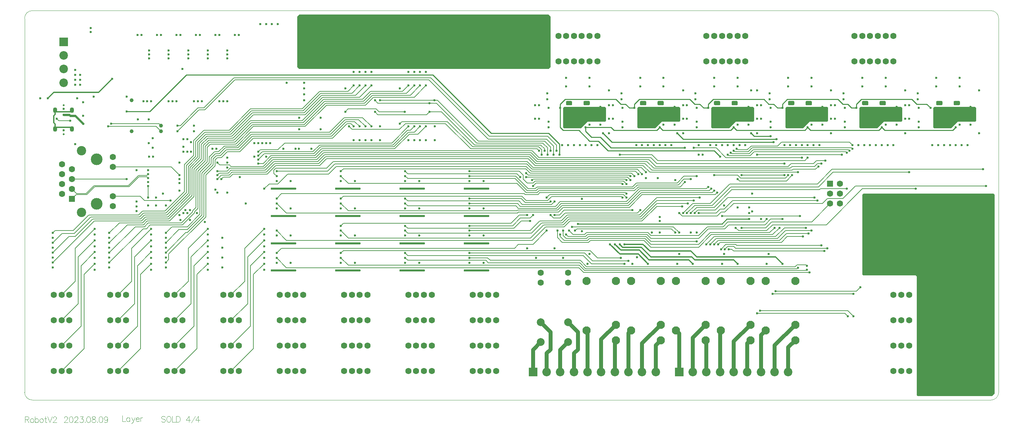
<source format=gbr>
G04*
G04 #@! TF.GenerationSoftware,Altium Limited,Altium Designer,23.8.1 (32)*
G04*
G04 Layer_Physical_Order=4*
G04 Layer_Color=16711680*
%FSLAX44Y44*%
%MOMM*%
G71*
G04*
G04 #@! TF.SameCoordinates,F21A4230-7023-44C8-9C34-A26C4C793EA4*
G04*
G04*
G04 #@! TF.FilePolarity,Positive*
G04*
G01*
G75*
%ADD10C,0.1500*%
%ADD21C,0.1000*%
%ADD55C,2.1000*%
%ADD59C,2.2000*%
%ADD64C,0.6000*%
%ADD86R,1.6000X1.6000*%
%ADD98C,0.2000*%
%ADD99C,0.2500*%
%ADD100C,0.6000*%
%ADD101C,0.5000*%
%ADD102C,0.3000*%
%ADD103C,1.0000*%
%ADD105C,1.6000*%
%ADD106C,2.0000*%
%ADD107C,1.0000*%
%ADD108R,2.2000X2.2000*%
%ADD109C,3.0000*%
G04:AMPARAMS|DCode=110|XSize=1.6mm|YSize=1.6mm|CornerRadius=0.16mm|HoleSize=0mm|Usage=FLASHONLY|Rotation=270.000|XOffset=0mm|YOffset=0mm|HoleType=Round|Shape=RoundedRectangle|*
%AMROUNDEDRECTD110*
21,1,1.6000,1.2800,0,0,270.0*
21,1,1.2800,1.6000,0,0,270.0*
1,1,0.3200,-0.6400,-0.6400*
1,1,0.3200,-0.6400,0.6400*
1,1,0.3200,0.6400,0.6400*
1,1,0.3200,0.6400,-0.6400*
%
%ADD110ROUNDEDRECTD110*%
%ADD111C,2.4000*%
%ADD112R,2.2000X2.2000*%
%ADD113C,0.5000*%
%ADD114O,1.1000X1.4000*%
G36*
X100000Y485000D02*
Y355000D01*
X95000Y350000D01*
X-545000D01*
X-550000Y355000D01*
Y485000D01*
X-545000Y490000D01*
X95000D01*
X100000Y485000D01*
D02*
G37*
G36*
X580500Y266000D02*
Y259000D01*
X578500Y257000D01*
X566500D01*
X564500Y259000D01*
Y266000D01*
X566500Y268000D01*
X578500D01*
X580500Y266000D01*
D02*
G37*
G36*
X535500D02*
Y259000D01*
X533500Y257000D01*
X521500D01*
X519500Y259000D01*
Y266000D01*
X521500Y268000D01*
X533500D01*
X535500Y266000D01*
D02*
G37*
G36*
X390500D02*
Y259000D01*
X388500Y257000D01*
X376500D01*
X374500Y259000D01*
Y266000D01*
X376500Y268000D01*
X388500D01*
X390500Y266000D01*
D02*
G37*
G36*
X345500D02*
Y259000D01*
X343500Y257000D01*
X331500D01*
X329500Y259000D01*
Y266000D01*
X331500Y268000D01*
X343500D01*
X345500Y266000D01*
D02*
G37*
G36*
X200500D02*
Y259000D01*
X198500Y257000D01*
X186500D01*
X184500Y259000D01*
Y266000D01*
X186500Y268000D01*
X198500D01*
X200500Y266000D01*
D02*
G37*
G36*
X155500D02*
Y259000D01*
X153500Y257000D01*
X141500D01*
X139500Y259000D01*
Y266000D01*
X141500Y268000D01*
X153500D01*
X155500Y266000D01*
D02*
G37*
G36*
X622500Y250000D02*
Y217500D01*
X620000Y215000D01*
X575000Y215000D01*
X558200Y198200D01*
X515000D01*
X512500Y200700D01*
Y250000D01*
X515000Y252500D01*
X620000D01*
X622500Y250000D01*
D02*
G37*
G36*
X432500D02*
Y217500D01*
X430000Y215000D01*
X385000Y215000D01*
X368200Y198200D01*
X325000D01*
X322500Y200700D01*
Y250000D01*
X325000Y252500D01*
X430000D01*
X432500Y250000D01*
D02*
G37*
G36*
X242500D02*
Y217500D01*
X240000Y215000D01*
X195000Y215000D01*
X178200Y198200D01*
X135000D01*
X132500Y200700D01*
Y250000D01*
X135000Y252500D01*
X240000D01*
X242500Y250000D01*
D02*
G37*
G36*
X1150500Y266000D02*
Y259000D01*
X1148500Y257000D01*
X1136500D01*
X1134500Y259000D01*
Y266000D01*
X1136500Y268000D01*
X1148500D01*
X1150500Y266000D01*
D02*
G37*
G36*
X1105500D02*
Y259000D01*
X1103500Y257000D01*
X1091500D01*
X1089500Y259000D01*
Y266000D01*
X1091500Y268000D01*
X1103500D01*
X1105500Y266000D01*
D02*
G37*
G36*
X960500D02*
Y259000D01*
X958500Y257000D01*
X946500D01*
X944500Y259000D01*
Y266000D01*
X946500Y268000D01*
X958500D01*
X960500Y266000D01*
D02*
G37*
G36*
X915500D02*
Y259000D01*
X913500Y257000D01*
X901500D01*
X899500Y259000D01*
Y266000D01*
X901500Y268000D01*
X913500D01*
X915500Y266000D01*
D02*
G37*
G36*
X770500D02*
Y259000D01*
X768500Y257000D01*
X756500D01*
X754500Y259000D01*
Y266000D01*
X756500Y268000D01*
X768500D01*
X770500Y266000D01*
D02*
G37*
G36*
X725500D02*
Y259000D01*
X723500Y257000D01*
X711500D01*
X709500Y259000D01*
Y266000D01*
X711500Y268000D01*
X723500D01*
X725500Y266000D01*
D02*
G37*
G36*
X1192500Y250000D02*
Y217500D01*
X1190000Y215000D01*
X1145000Y215000D01*
X1128200Y198200D01*
X1085000D01*
X1082500Y200700D01*
Y250000D01*
X1085000Y252500D01*
X1190000D01*
X1192500Y250000D01*
D02*
G37*
G36*
X1002500D02*
Y217500D01*
X1000000Y215000D01*
X955000Y215000D01*
X938200Y198200D01*
X895000D01*
X892500Y200700D01*
Y250000D01*
X895000Y252500D01*
X1000000D01*
X1002500Y250000D01*
D02*
G37*
G36*
X812500D02*
Y217500D01*
X810000Y215000D01*
X765000Y215000D01*
X748200Y198200D01*
X705000D01*
X702500Y200700D01*
Y250000D01*
X705000Y252500D01*
X810000D01*
X812500Y250000D01*
D02*
G37*
G36*
X1240000Y27500D02*
Y-482500D01*
X1232500Y-490000D01*
X1042500D01*
X1040000Y-487500D01*
Y-182500D01*
X1037500Y-180000D01*
X902500D01*
X900000Y-177500D01*
Y27500D01*
X902500Y30000D01*
X1237500D01*
X1240000Y27500D01*
D02*
G37*
D10*
X-1162500Y217500D02*
X-1132500D01*
X-1167500Y222500D02*
X-1162500Y217500D01*
X-1070379Y47879D02*
X-982121D01*
X-1092000Y30500D02*
X-1071621Y50879D01*
X-983364D01*
X-982121Y47879D02*
X-956500Y73500D01*
X-936000D01*
X-983364Y50879D02*
X-957743Y76500D01*
X-936000D01*
X-1128423Y16500D02*
X-1117423Y27500D01*
X-936000Y73500D02*
X-932500Y70000D01*
X-1117423Y27500D02*
X-1090757D01*
X-1128423Y41900D02*
X-1117023Y30500D01*
X-936000Y76500D02*
X-932500Y80000D01*
X-1117023Y30500D02*
X-1092000D01*
X-1090757Y27500D02*
X-1070379Y47879D01*
D21*
X-889002Y-543573D02*
X-890431Y-542145D01*
X-892573Y-541430D01*
X-895429D01*
X-897572Y-542145D01*
X-899000Y-543573D01*
Y-545001D01*
X-898286Y-546429D01*
X-897572Y-547143D01*
X-896143Y-547858D01*
X-891859Y-549286D01*
X-890431Y-550000D01*
X-889716Y-550714D01*
X-889002Y-552142D01*
Y-554285D01*
X-890431Y-555713D01*
X-892573Y-556427D01*
X-895429D01*
X-897572Y-555713D01*
X-899000Y-554285D01*
X-881361Y-541430D02*
X-882789Y-542145D01*
X-884218Y-543573D01*
X-884932Y-545001D01*
X-885646Y-547143D01*
Y-550714D01*
X-884932Y-552856D01*
X-884218Y-554285D01*
X-882789Y-555713D01*
X-881361Y-556427D01*
X-878504D01*
X-877076Y-555713D01*
X-875648Y-554285D01*
X-874934Y-552856D01*
X-874220Y-550714D01*
Y-547143D01*
X-874934Y-545001D01*
X-875648Y-543573D01*
X-877076Y-542145D01*
X-878504Y-541430D01*
X-881361D01*
X-870720D02*
Y-556427D01*
X-862151D01*
X-860508Y-541430D02*
Y-556427D01*
Y-541430D02*
X-855509D01*
X-853367Y-542145D01*
X-851939Y-543573D01*
X-851225Y-545001D01*
X-850510Y-547143D01*
Y-550714D01*
X-851225Y-552856D01*
X-851939Y-554285D01*
X-853367Y-555713D01*
X-855509Y-556427D01*
X-860508D01*
X-828230Y-541430D02*
X-835371Y-551428D01*
X-824659D01*
X-828230Y-541430D02*
Y-556427D01*
X-822017Y-558569D02*
X-812019Y-541430D01*
X-803878D02*
X-811019Y-551428D01*
X-800307D01*
X-803878Y-541430D02*
Y-556427D01*
X1250000Y480000D02*
G03*
X1230000Y500000I-20000J0D01*
G01*
X1230000Y-500000D02*
G03*
X1250000Y-480000I0J20000D01*
G01*
X-1230000Y500000D02*
G03*
X-1250000Y480000I0J-20000D01*
G01*
X-1249910Y-480090D02*
G03*
X-1230000Y-499910I19910J90D01*
G01*
X1250000Y-480000D02*
Y480000D01*
X-1230000Y500000D02*
X1230000D01*
X-1230000Y-500000D02*
X1230000D01*
X-1249910Y-480090D02*
Y480090D01*
X-1148286Y-546072D02*
Y-545358D01*
X-1147572Y-543930D01*
X-1146858Y-543216D01*
X-1145429Y-542502D01*
X-1142573D01*
X-1141145Y-543216D01*
X-1140430Y-543930D01*
X-1139716Y-545358D01*
Y-546786D01*
X-1140430Y-548215D01*
X-1141859Y-550357D01*
X-1149000Y-557498D01*
X-1139002D01*
X-1131361Y-542502D02*
X-1133503Y-543216D01*
X-1134932Y-545358D01*
X-1135646Y-548929D01*
Y-551071D01*
X-1134932Y-554642D01*
X-1133503Y-556784D01*
X-1131361Y-557498D01*
X-1129933D01*
X-1127790Y-556784D01*
X-1126362Y-554642D01*
X-1125648Y-551071D01*
Y-548929D01*
X-1126362Y-545358D01*
X-1127790Y-543216D01*
X-1129933Y-542502D01*
X-1131361D01*
X-1121577Y-546072D02*
Y-545358D01*
X-1120863Y-543930D01*
X-1120149Y-543216D01*
X-1118721Y-542502D01*
X-1115864D01*
X-1114436Y-543216D01*
X-1113722Y-543930D01*
X-1113008Y-545358D01*
Y-546786D01*
X-1113722Y-548215D01*
X-1115150Y-550357D01*
X-1122291Y-557498D01*
X-1112294D01*
X-1107509Y-542502D02*
X-1099653D01*
X-1103938Y-548215D01*
X-1101796D01*
X-1100368Y-548929D01*
X-1099653Y-549643D01*
X-1098939Y-551785D01*
Y-553214D01*
X-1099653Y-555356D01*
X-1101082Y-556784D01*
X-1103224Y-557498D01*
X-1105367D01*
X-1107509Y-556784D01*
X-1108223Y-556070D01*
X-1108937Y-554642D01*
X-1094869Y-556070D02*
X-1095583Y-556784D01*
X-1094869Y-557498D01*
X-1094155Y-556784D01*
X-1094869Y-556070D01*
X-1086585Y-542502D02*
X-1088727Y-543216D01*
X-1090155Y-545358D01*
X-1090870Y-548929D01*
Y-551071D01*
X-1090155Y-554642D01*
X-1088727Y-556784D01*
X-1086585Y-557498D01*
X-1085157D01*
X-1083014Y-556784D01*
X-1081586Y-554642D01*
X-1080872Y-551071D01*
Y-548929D01*
X-1081586Y-545358D01*
X-1083014Y-543216D01*
X-1085157Y-542502D01*
X-1086585D01*
X-1073945D02*
X-1076087Y-543216D01*
X-1076801Y-544644D01*
Y-546072D01*
X-1076087Y-547500D01*
X-1074659Y-548215D01*
X-1071802Y-548929D01*
X-1069660Y-549643D01*
X-1068232Y-551071D01*
X-1067517Y-552500D01*
Y-554642D01*
X-1068232Y-556070D01*
X-1068946Y-556784D01*
X-1071088Y-557498D01*
X-1073945D01*
X-1076087Y-556784D01*
X-1076801Y-556070D01*
X-1077515Y-554642D01*
Y-552500D01*
X-1076801Y-551071D01*
X-1075373Y-549643D01*
X-1073231Y-548929D01*
X-1070374Y-548215D01*
X-1068946Y-547500D01*
X-1068232Y-546072D01*
Y-544644D01*
X-1068946Y-543216D01*
X-1071088Y-542502D01*
X-1073945D01*
X-1063447Y-556070D02*
X-1064161Y-556784D01*
X-1063447Y-557498D01*
X-1062733Y-556784D01*
X-1063447Y-556070D01*
X-1055163Y-542502D02*
X-1057305Y-543216D01*
X-1058734Y-545358D01*
X-1059448Y-548929D01*
Y-551071D01*
X-1058734Y-554642D01*
X-1057305Y-556784D01*
X-1055163Y-557498D01*
X-1053735D01*
X-1051592Y-556784D01*
X-1050164Y-554642D01*
X-1049450Y-551071D01*
Y-548929D01*
X-1050164Y-545358D01*
X-1051592Y-543216D01*
X-1053735Y-542502D01*
X-1055163D01*
X-1036810Y-547500D02*
X-1037524Y-549643D01*
X-1038952Y-551071D01*
X-1041095Y-551785D01*
X-1041809D01*
X-1043951Y-551071D01*
X-1045379Y-549643D01*
X-1046094Y-547500D01*
Y-546786D01*
X-1045379Y-544644D01*
X-1043951Y-543216D01*
X-1041809Y-542502D01*
X-1041095D01*
X-1038952Y-543216D01*
X-1037524Y-544644D01*
X-1036810Y-547500D01*
Y-551071D01*
X-1037524Y-554642D01*
X-1038952Y-556784D01*
X-1041095Y-557498D01*
X-1042523D01*
X-1044665Y-556784D01*
X-1045379Y-555356D01*
X-1249000Y-542502D02*
Y-557498D01*
Y-542502D02*
X-1242573D01*
X-1240430Y-543216D01*
X-1239716Y-543930D01*
X-1239002Y-545358D01*
Y-546786D01*
X-1239716Y-548215D01*
X-1240430Y-548929D01*
X-1242573Y-549643D01*
X-1249000D01*
X-1244001D02*
X-1239002Y-557498D01*
X-1232075Y-547500D02*
X-1233503Y-548215D01*
X-1234932Y-549643D01*
X-1235646Y-551785D01*
Y-553214D01*
X-1234932Y-555356D01*
X-1233503Y-556784D01*
X-1232075Y-557498D01*
X-1229933D01*
X-1228504Y-556784D01*
X-1227076Y-555356D01*
X-1226362Y-553214D01*
Y-551785D01*
X-1227076Y-549643D01*
X-1228504Y-548215D01*
X-1229933Y-547500D01*
X-1232075D01*
X-1223077Y-542502D02*
Y-557498D01*
Y-549643D02*
X-1221649Y-548215D01*
X-1220220Y-547500D01*
X-1218078D01*
X-1216650Y-548215D01*
X-1215221Y-549643D01*
X-1214507Y-551785D01*
Y-553214D01*
X-1215221Y-555356D01*
X-1216650Y-556784D01*
X-1218078Y-557498D01*
X-1220220D01*
X-1221649Y-556784D01*
X-1223077Y-555356D01*
X-1207723Y-547500D02*
X-1209151Y-548215D01*
X-1210580Y-549643D01*
X-1211294Y-551785D01*
Y-553214D01*
X-1210580Y-555356D01*
X-1209151Y-556784D01*
X-1207723Y-557498D01*
X-1205581D01*
X-1204153Y-556784D01*
X-1202724Y-555356D01*
X-1202010Y-553214D01*
Y-551785D01*
X-1202724Y-549643D01*
X-1204153Y-548215D01*
X-1205581Y-547500D01*
X-1207723D01*
X-1196583Y-542502D02*
Y-554642D01*
X-1195869Y-556784D01*
X-1194440Y-557498D01*
X-1193012D01*
X-1198725Y-547500D02*
X-1193726D01*
X-1190870Y-542502D02*
X-1185156Y-557498D01*
X-1179444Y-542502D02*
X-1185156Y-557498D01*
X-1176801Y-546072D02*
Y-545358D01*
X-1176087Y-543930D01*
X-1175373Y-543216D01*
X-1173945Y-542502D01*
X-1171088D01*
X-1169660Y-543216D01*
X-1168946Y-543930D01*
X-1168232Y-545358D01*
Y-546786D01*
X-1168946Y-548215D01*
X-1170374Y-550357D01*
X-1177515Y-557498D01*
X-1167517D01*
X-999000Y-540002D02*
Y-554999D01*
X-990430D01*
X-980218Y-545001D02*
Y-554999D01*
Y-547144D02*
X-981647Y-545715D01*
X-983075Y-545001D01*
X-985217D01*
X-986646Y-545715D01*
X-988074Y-547144D01*
X-988788Y-549286D01*
Y-550714D01*
X-988074Y-552856D01*
X-986646Y-554285D01*
X-985217Y-554999D01*
X-983075D01*
X-981647Y-554285D01*
X-980218Y-552856D01*
X-975505Y-545001D02*
X-971220Y-554999D01*
X-966936Y-545001D02*
X-971220Y-554999D01*
X-972648Y-557855D01*
X-974077Y-559284D01*
X-975505Y-559998D01*
X-976219D01*
X-964436Y-549286D02*
X-955866D01*
Y-547858D01*
X-956581Y-546429D01*
X-957295Y-545715D01*
X-958723Y-545001D01*
X-960865D01*
X-962294Y-545715D01*
X-963722Y-547144D01*
X-964436Y-549286D01*
Y-550714D01*
X-963722Y-552856D01*
X-962294Y-554285D01*
X-960865Y-554999D01*
X-958723D01*
X-957295Y-554285D01*
X-955866Y-552856D01*
X-952653Y-545001D02*
Y-554999D01*
Y-549286D02*
X-951939Y-547144D01*
X-950510Y-545715D01*
X-949082Y-545001D01*
X-946940D01*
D55*
X652001Y-194001D02*
D03*
X728001Y-306401D02*
D03*
Y-346401D02*
D03*
Y-194001D02*
D03*
X652001Y-321001D02*
D03*
X422001Y-194001D02*
D03*
X498001Y-306401D02*
D03*
Y-346401D02*
D03*
Y-194001D02*
D03*
X422001Y-321001D02*
D03*
X307001D02*
D03*
X383001Y-194001D02*
D03*
Y-346401D02*
D03*
Y-306401D02*
D03*
X307001Y-194001D02*
D03*
X192001Y-321001D02*
D03*
X268001Y-194001D02*
D03*
Y-346401D02*
D03*
Y-306401D02*
D03*
X192001Y-194001D02*
D03*
X537001Y-321001D02*
D03*
X613001Y-194001D02*
D03*
Y-346401D02*
D03*
Y-306401D02*
D03*
X537001Y-194001D02*
D03*
D59*
X-1150000Y385000D02*
D03*
Y350000D02*
D03*
Y315000D02*
D03*
X300000Y-427500D02*
D03*
X90000D02*
D03*
X195000D02*
D03*
X265000D02*
D03*
X370000D02*
D03*
X125000D02*
D03*
X160000D02*
D03*
X230000D02*
D03*
X335000D02*
D03*
X675000D02*
D03*
X465000D02*
D03*
X500000D02*
D03*
X535000D02*
D03*
X570000D02*
D03*
X605000D02*
D03*
X640000D02*
D03*
X710000D02*
D03*
D64*
X1060000Y-480000D02*
D03*
X1090000D02*
D03*
X1120000D02*
D03*
X1150000D02*
D03*
X1180000D02*
D03*
X1210000D02*
D03*
X90000Y480000D02*
D03*
X1210000Y-170000D02*
D03*
X1180000D02*
D03*
X1150000D02*
D03*
X1120000D02*
D03*
X1090000D02*
D03*
X1060000D02*
D03*
X1030000D02*
D03*
X1000000D02*
D03*
X970000D02*
D03*
X940000D02*
D03*
X910000D02*
D03*
X1210000Y20000D02*
D03*
X1180000D02*
D03*
X1150000D02*
D03*
X1120000D02*
D03*
X1090000D02*
D03*
X1060000D02*
D03*
X1030000D02*
D03*
X1000000D02*
D03*
X970000D02*
D03*
X940000D02*
D03*
X910000D02*
D03*
X877500Y-285000D02*
D03*
X862500D02*
D03*
X802500Y-117500D02*
D03*
X810000Y-110000D02*
D03*
X795000Y-102500D02*
D03*
X637500Y-270000D02*
D03*
X630000Y-277500D02*
D03*
X877500Y-227500D02*
D03*
X785000Y12500D02*
D03*
X777500Y20000D02*
D03*
X867500Y140000D02*
D03*
X670000Y-227500D02*
D03*
X677500Y-220000D02*
D03*
X895000Y-210000D02*
D03*
X557500Y-112500D02*
D03*
X547500Y-112500D02*
D03*
X537500Y-112500D02*
D03*
X530000Y-100000D02*
D03*
X875000Y155000D02*
D03*
Y145000D02*
D03*
X860000Y135000D02*
D03*
X577500Y145000D02*
D03*
X570000Y140000D02*
D03*
X562500Y135000D02*
D03*
X555000Y130000D02*
D03*
X535000Y125000D02*
D03*
X467500Y147500D02*
D03*
X475000Y-92500D02*
D03*
X540000Y-27500D02*
D03*
X160000Y240000D02*
D03*
Y230000D02*
D03*
Y220000D02*
D03*
X170000D02*
D03*
X180000D02*
D03*
Y230000D02*
D03*
Y240000D02*
D03*
X170000D02*
D03*
Y230000D02*
D03*
X847500Y130000D02*
D03*
X630000D02*
D03*
X680000Y170000D02*
D03*
X672500Y162500D02*
D03*
X665000Y177500D02*
D03*
X445000Y147500D02*
D03*
X-1080000Y445000D02*
D03*
Y455000D02*
D03*
X-815000Y205000D02*
D03*
Y190000D02*
D03*
X-1025000Y325000D02*
D03*
X-1190000Y275000D02*
D03*
X60000Y257500D02*
D03*
X70000Y222500D02*
D03*
X60000D02*
D03*
X70000Y257500D02*
D03*
X-930000Y125000D02*
D03*
X-920000D02*
D03*
X-757500Y145000D02*
D03*
X-767500D02*
D03*
X-230000Y480000D02*
D03*
Y460000D02*
D03*
Y440000D02*
D03*
Y420000D02*
D03*
Y400000D02*
D03*
Y380000D02*
D03*
Y360000D02*
D03*
X-210000D02*
D03*
Y380000D02*
D03*
Y400000D02*
D03*
Y420000D02*
D03*
Y440000D02*
D03*
Y460000D02*
D03*
Y480000D02*
D03*
X70000Y360000D02*
D03*
Y380000D02*
D03*
Y400000D02*
D03*
Y420000D02*
D03*
Y440000D02*
D03*
Y460000D02*
D03*
Y480000D02*
D03*
X-520000D02*
D03*
Y460000D02*
D03*
Y440000D02*
D03*
Y420000D02*
D03*
Y400000D02*
D03*
Y380000D02*
D03*
Y360000D02*
D03*
X-540000D02*
D03*
X90000D02*
D03*
Y380000D02*
D03*
Y400000D02*
D03*
Y420000D02*
D03*
Y440000D02*
D03*
Y460000D02*
D03*
X-540000Y380000D02*
D03*
Y400000D02*
D03*
Y420000D02*
D03*
Y440000D02*
D03*
Y460000D02*
D03*
Y480000D02*
D03*
X1150000Y207500D02*
D03*
X960000D02*
D03*
X770000D02*
D03*
X580000D02*
D03*
X390000D02*
D03*
X200000D02*
D03*
X700000Y107500D02*
D03*
X745000Y122500D02*
D03*
X760000D02*
D03*
X277500Y130000D02*
D03*
X787500Y100000D02*
D03*
X795000Y107500D02*
D03*
X805000Y115000D02*
D03*
X860000Y42500D02*
D03*
X735000Y85000D02*
D03*
X580000Y67500D02*
D03*
X520000Y77500D02*
D03*
X770000Y-65000D02*
D03*
X1037500Y42500D02*
D03*
X1217500Y50000D02*
D03*
X762500Y-72500D02*
D03*
X590000Y77500D02*
D03*
X755000Y-57500D02*
D03*
X1210000Y92500D02*
D03*
X1020000Y85000D02*
D03*
X662000Y288000D02*
D03*
Y272000D02*
D03*
X747500Y-80000D02*
D03*
X720000Y77500D02*
D03*
X740000Y-27500D02*
D03*
X710000Y77500D02*
D03*
X700000D02*
D03*
X380000Y-30000D02*
D03*
X615000Y295000D02*
D03*
X95000Y215000D02*
D03*
X1045000D02*
D03*
X855000D02*
D03*
X665000D02*
D03*
X640000Y257500D02*
D03*
X475000Y215000D02*
D03*
X285000D02*
D03*
X260000Y257500D02*
D03*
X250000D02*
D03*
X735000Y-160000D02*
D03*
X757500Y-165000D02*
D03*
Y-155000D02*
D03*
X765000Y-172500D02*
D03*
X675000Y-57500D02*
D03*
X687500D02*
D03*
X695000Y-35000D02*
D03*
X655000D02*
D03*
X430000Y-20000D02*
D03*
X440000Y-20000D02*
D03*
X450000Y-20000D02*
D03*
X460000D02*
D03*
X470000D02*
D03*
X480000D02*
D03*
X420000Y-70000D02*
D03*
X430000D02*
D03*
X520000Y-100000D02*
D03*
X510000D02*
D03*
X500000Y-100000D02*
D03*
X590000Y-57500D02*
D03*
X575000D02*
D03*
X545000Y0D02*
D03*
X617000Y-15500D02*
D03*
Y30500D02*
D03*
X527500Y32500D02*
D03*
X452500Y5000D02*
D03*
X295000Y55000D02*
D03*
X330000Y-12500D02*
D03*
X345000Y85000D02*
D03*
X300000Y-142500D02*
D03*
X295000Y20000D02*
D03*
X505000Y47500D02*
D03*
X460000Y67500D02*
D03*
X295000Y65000D02*
D03*
X285000Y55000D02*
D03*
X520000Y37500D02*
D03*
X437500Y-2500D02*
D03*
X295000Y30000D02*
D03*
X325000Y80000D02*
D03*
X310000Y-12500D02*
D03*
X420000Y65000D02*
D03*
X467500Y12500D02*
D03*
X285000Y20000D02*
D03*
X480000Y130000D02*
D03*
X315000Y75000D02*
D03*
X280000Y-135000D02*
D03*
X305000Y65000D02*
D03*
X482500Y20000D02*
D03*
X305000Y75000D02*
D03*
X290000Y-150000D02*
D03*
X512500Y42500D02*
D03*
X475000Y75000D02*
D03*
X490000Y130000D02*
D03*
X445000Y60000D02*
D03*
X335000Y80000D02*
D03*
X615000Y185000D02*
D03*
X480000Y155000D02*
D03*
X425000Y185000D02*
D03*
X235000D02*
D03*
X475000Y-70000D02*
D03*
X460000D02*
D03*
X90000Y-65000D02*
D03*
Y20000D02*
D03*
X100000Y10000D02*
D03*
Y-25000D02*
D03*
X110000Y10000D02*
D03*
Y-25000D02*
D03*
X380000Y-70000D02*
D03*
Y-40000D02*
D03*
X695000Y-150000D02*
D03*
X580000D02*
D03*
X465000D02*
D03*
X350000D02*
D03*
X170000Y-47500D02*
D03*
X162500Y-65000D02*
D03*
X155000Y-55000D02*
D03*
X147500Y-65000D02*
D03*
X252500Y-100000D02*
D03*
X322000Y-133000D02*
D03*
X140000Y-75000D02*
D03*
X125000D02*
D03*
X132500Y-65000D02*
D03*
X117500D02*
D03*
X360000Y-70000D02*
D03*
X47500Y-40000D02*
D03*
X55000Y-25000D02*
D03*
X40000D02*
D03*
X52500Y65000D02*
D03*
X55000Y50000D02*
D03*
X37500Y82500D02*
D03*
X22500Y72500D02*
D03*
X37500D02*
D03*
X85000Y139986D02*
D03*
X70000Y139986D02*
D03*
X107500Y129986D02*
D03*
X122500Y130000D02*
D03*
X100000Y139986D02*
D03*
X92500Y129986D02*
D03*
X77500D02*
D03*
X115000Y140000D02*
D03*
X-635000Y42500D02*
D03*
X290000Y-100000D02*
D03*
X277500D02*
D03*
X265000D02*
D03*
X640000Y-35000D02*
D03*
X610000D02*
D03*
X610000Y-5000D02*
D03*
X580000D02*
D03*
X610000Y-20000D02*
D03*
X180549Y16626D02*
D03*
X345000Y70000D02*
D03*
X375000D02*
D03*
X1200000Y185000D02*
D03*
X-60000Y-167500D02*
D03*
X-450000D02*
D03*
X-237000Y-147500D02*
D03*
X-108000D02*
D03*
X-72000D02*
D03*
X-108000Y-122500D02*
D03*
Y-135000D02*
D03*
X660000Y-125000D02*
D03*
X655000Y-150000D02*
D03*
X545000Y-125000D02*
D03*
X540000Y-150000D02*
D03*
X195000D02*
D03*
X310000D02*
D03*
X430000Y-125000D02*
D03*
X425000Y-150000D02*
D03*
X40000Y-110000D02*
D03*
X110000D02*
D03*
X200000Y-125000D02*
D03*
X180548Y-66593D02*
D03*
X132500Y-135000D02*
D03*
X62500D02*
D03*
X-60000Y42500D02*
D03*
X-120000D02*
D03*
Y-27500D02*
D03*
X-60000D02*
D03*
X-120000Y-97500D02*
D03*
X-60000D02*
D03*
X-120000Y-167500D02*
D03*
X-71925Y-77500D02*
D03*
X-108075D02*
D03*
Y-65000D02*
D03*
Y-52500D02*
D03*
Y-7500D02*
D03*
Y62500D02*
D03*
Y5000D02*
D03*
Y17500D02*
D03*
Y75000D02*
D03*
Y87500D02*
D03*
X-71925Y-7500D02*
D03*
Y62500D02*
D03*
X-225000Y42500D02*
D03*
X-285000D02*
D03*
Y-27500D02*
D03*
X-225000D02*
D03*
X-285000Y-97500D02*
D03*
X-225000D02*
D03*
X-285000Y-167500D02*
D03*
X-236925Y-77500D02*
D03*
X-273075Y-135000D02*
D03*
Y-77500D02*
D03*
Y-122500D02*
D03*
X-225000Y-167500D02*
D03*
X-273075Y-147500D02*
D03*
Y-65000D02*
D03*
Y-52500D02*
D03*
Y-7500D02*
D03*
Y62500D02*
D03*
Y5000D02*
D03*
Y17500D02*
D03*
Y75000D02*
D03*
Y87500D02*
D03*
X-236925Y-7500D02*
D03*
Y62500D02*
D03*
X-390000Y42500D02*
D03*
X-450000D02*
D03*
Y-27500D02*
D03*
X-390000D02*
D03*
X-450000Y-97500D02*
D03*
X-390000D02*
D03*
X-401925Y-147500D02*
D03*
Y-77500D02*
D03*
X-438075Y-135000D02*
D03*
Y-77500D02*
D03*
Y-122500D02*
D03*
X-390000Y-167500D02*
D03*
X-438075Y-147500D02*
D03*
Y-65000D02*
D03*
Y-52500D02*
D03*
Y-7500D02*
D03*
Y62500D02*
D03*
Y5000D02*
D03*
Y17500D02*
D03*
Y75000D02*
D03*
Y87500D02*
D03*
X-401925Y-7500D02*
D03*
Y62500D02*
D03*
X-566925D02*
D03*
Y-7500D02*
D03*
X-603075Y87500D02*
D03*
Y75000D02*
D03*
Y17500D02*
D03*
Y5000D02*
D03*
Y62500D02*
D03*
Y-7500D02*
D03*
Y-65000D02*
D03*
Y-147500D02*
D03*
X-555000Y-167500D02*
D03*
X-603075Y-122500D02*
D03*
Y-77500D02*
D03*
Y-135000D02*
D03*
X-566925Y-77500D02*
D03*
Y-147500D02*
D03*
X-615000Y-167500D02*
D03*
X-555000Y-97500D02*
D03*
X-615000D02*
D03*
X-555000Y-27500D02*
D03*
X-615000D02*
D03*
Y42500D02*
D03*
X-555000D02*
D03*
X-950000Y437500D02*
D03*
X-900000D02*
D03*
X-850000D02*
D03*
X-800000D02*
D03*
X-750000D02*
D03*
X-700000D02*
D03*
X-710000D02*
D03*
X-760000D02*
D03*
X-810000D02*
D03*
X-860000D02*
D03*
X-960000D02*
D03*
X-910000D02*
D03*
X1137500Y265000D02*
D03*
X1102500D02*
D03*
X1092500D02*
D03*
X1147500D02*
D03*
X1097500Y260000D02*
D03*
X1142500D02*
D03*
X1010000Y257500D02*
D03*
Y222500D02*
D03*
X1020000D02*
D03*
Y257500D02*
D03*
X1045000Y250000D02*
D03*
Y200000D02*
D03*
X1075000Y250000D02*
D03*
X1140000Y200000D02*
D03*
X1090000Y327500D02*
D03*
X1150000D02*
D03*
Y305000D02*
D03*
X1090000D02*
D03*
X1042000Y288000D02*
D03*
Y272000D02*
D03*
X1178000Y253000D02*
D03*
Y207000D02*
D03*
X1080000Y155000D02*
D03*
X1095000D02*
D03*
X1110000D02*
D03*
X1125000D02*
D03*
X1140000D02*
D03*
X1155000D02*
D03*
X1170000D02*
D03*
X1200000Y295000D02*
D03*
X947500Y265000D02*
D03*
X912500D02*
D03*
X902500D02*
D03*
X957500D02*
D03*
X907500Y260000D02*
D03*
X952500D02*
D03*
X820000Y257500D02*
D03*
Y222500D02*
D03*
X830000D02*
D03*
Y257500D02*
D03*
X855000Y250000D02*
D03*
Y200000D02*
D03*
X885000Y250000D02*
D03*
X950000Y200000D02*
D03*
X900000Y327500D02*
D03*
X960000D02*
D03*
Y305000D02*
D03*
X900000D02*
D03*
X852000Y288000D02*
D03*
Y272000D02*
D03*
X988000Y253000D02*
D03*
Y207000D02*
D03*
X890000Y155000D02*
D03*
X905000D02*
D03*
X920000D02*
D03*
X935000D02*
D03*
X950000D02*
D03*
X965000D02*
D03*
X980000D02*
D03*
X1010000Y185000D02*
D03*
Y295000D02*
D03*
X757500Y265000D02*
D03*
X722500D02*
D03*
X712500D02*
D03*
X767500D02*
D03*
X717500Y260000D02*
D03*
X762500D02*
D03*
X630000Y257500D02*
D03*
Y222500D02*
D03*
X640000D02*
D03*
X665000Y250000D02*
D03*
Y200000D02*
D03*
X695000Y250000D02*
D03*
X760000Y200000D02*
D03*
X710000Y327500D02*
D03*
X770000D02*
D03*
Y305000D02*
D03*
X710000D02*
D03*
X798000Y253000D02*
D03*
Y207000D02*
D03*
X700000Y155000D02*
D03*
X715000D02*
D03*
X730000D02*
D03*
X745000D02*
D03*
X760000D02*
D03*
X775000D02*
D03*
X790000D02*
D03*
X820000Y185000D02*
D03*
Y295000D02*
D03*
X567500Y265000D02*
D03*
X532500D02*
D03*
X522500D02*
D03*
X577500D02*
D03*
X527500Y260000D02*
D03*
X572500D02*
D03*
X440000Y257500D02*
D03*
Y222500D02*
D03*
X450000D02*
D03*
Y257500D02*
D03*
X475000Y250000D02*
D03*
Y200000D02*
D03*
X505000Y250000D02*
D03*
X570000Y200000D02*
D03*
X520000Y327500D02*
D03*
X580000D02*
D03*
Y305000D02*
D03*
X520000D02*
D03*
X472000Y288000D02*
D03*
Y272000D02*
D03*
X608000Y253000D02*
D03*
Y207000D02*
D03*
X510000Y155000D02*
D03*
X525000D02*
D03*
X540000D02*
D03*
X555000D02*
D03*
X570000D02*
D03*
X585000D02*
D03*
X600000D02*
D03*
X630000Y185000D02*
D03*
Y295000D02*
D03*
X377500Y265000D02*
D03*
X342500D02*
D03*
X332500D02*
D03*
X387500D02*
D03*
X337500Y260000D02*
D03*
X382500D02*
D03*
X250000Y222500D02*
D03*
X260000D02*
D03*
X285000Y250000D02*
D03*
Y200000D02*
D03*
X315000Y250000D02*
D03*
X380000Y200000D02*
D03*
X330000Y327500D02*
D03*
X390000D02*
D03*
Y305000D02*
D03*
X330000D02*
D03*
X282000Y288000D02*
D03*
Y272000D02*
D03*
X418000Y253000D02*
D03*
Y207000D02*
D03*
X320000Y155000D02*
D03*
X335000D02*
D03*
X350000D02*
D03*
X365000D02*
D03*
X380000D02*
D03*
X395000D02*
D03*
X410000D02*
D03*
X440000Y185000D02*
D03*
Y295000D02*
D03*
X250000D02*
D03*
Y185000D02*
D03*
X220000Y155000D02*
D03*
X205000D02*
D03*
X190000D02*
D03*
X175000D02*
D03*
X160000D02*
D03*
X145000D02*
D03*
X130000D02*
D03*
X228000Y207000D02*
D03*
Y253000D02*
D03*
X92000Y272000D02*
D03*
Y288000D02*
D03*
X140000Y305000D02*
D03*
X200000D02*
D03*
Y327500D02*
D03*
X140000D02*
D03*
X190000Y200000D02*
D03*
X125000Y250000D02*
D03*
X95000Y200000D02*
D03*
Y250000D02*
D03*
X192500Y260000D02*
D03*
X147500D02*
D03*
X197500Y265000D02*
D03*
X142500D02*
D03*
X152500D02*
D03*
X187500D02*
D03*
X-830000Y377500D02*
D03*
Y387500D02*
D03*
Y397500D02*
D03*
X-730000D02*
D03*
Y387500D02*
D03*
Y377500D02*
D03*
X-780000Y397500D02*
D03*
Y387500D02*
D03*
Y377500D02*
D03*
X-930000D02*
D03*
Y387500D02*
D03*
Y397500D02*
D03*
X-880000D02*
D03*
Y387500D02*
D03*
Y377500D02*
D03*
X-845000Y350000D02*
D03*
X-1072499Y279449D02*
D03*
X-1115000Y275000D02*
D03*
X-1210000Y275000D02*
D03*
X-635000Y-60000D02*
D03*
Y-90000D02*
D03*
Y-120000D02*
D03*
Y-105000D02*
D03*
Y-135000D02*
D03*
Y-165000D02*
D03*
Y-75000D02*
D03*
Y-150000D02*
D03*
X-780000Y-60000D02*
D03*
Y-90000D02*
D03*
Y-120000D02*
D03*
Y-105000D02*
D03*
Y-135000D02*
D03*
Y-165000D02*
D03*
Y-75000D02*
D03*
Y-150000D02*
D03*
X-925000Y-60000D02*
D03*
Y-90000D02*
D03*
Y-120000D02*
D03*
Y-105000D02*
D03*
Y-135000D02*
D03*
Y-165000D02*
D03*
Y-75000D02*
D03*
Y-150000D02*
D03*
X-1070000D02*
D03*
Y-75000D02*
D03*
X-682500Y5000D02*
D03*
X-697500Y72500D02*
D03*
X-730000Y32500D02*
D03*
X-755000D02*
D03*
X-832500Y-20000D02*
D03*
X-842500D02*
D03*
X-932500Y90000D02*
D03*
Y20000D02*
D03*
Y80000D02*
D03*
Y60000D02*
D03*
Y50000D02*
D03*
Y70000D02*
D03*
X-962500Y90000D02*
D03*
Y-2500D02*
D03*
Y10000D02*
D03*
Y-15000D02*
D03*
X-987500Y67500D02*
D03*
X-1100000Y230000D02*
D03*
Y210000D02*
D03*
Y265000D02*
D03*
X-1120000Y157500D02*
D03*
X-1132500Y217500D02*
D03*
X-1150000Y247500D02*
D03*
Y192500D02*
D03*
Y232500D02*
D03*
X-1167500Y222500D02*
D03*
X-742500Y-83250D02*
D03*
Y-108650D02*
D03*
Y-159450D02*
D03*
X-197500Y202500D02*
D03*
X-912500Y20000D02*
D03*
X-932500Y0D02*
D03*
X-912500Y-0D02*
D03*
X-895000Y30000D02*
D03*
X-887500Y0D02*
D03*
X-842500Y137500D02*
D03*
X-832500D02*
D03*
X-822500D02*
D03*
Y162500D02*
D03*
X-730000Y122500D02*
D03*
Y110000D02*
D03*
X-755000D02*
D03*
Y87500D02*
D03*
Y77500D02*
D03*
Y67500D02*
D03*
X-745000D02*
D03*
X-730000Y97500D02*
D03*
X-852500Y77500D02*
D03*
X-850000Y-37500D02*
D03*
X-825000D02*
D03*
X-742500Y-134050D02*
D03*
X-650000Y137500D02*
D03*
Y127500D02*
D03*
Y117500D02*
D03*
Y107500D02*
D03*
X-250000Y202500D02*
D03*
X-265000D02*
D03*
X-235000D02*
D03*
X-220000D02*
D03*
X-265000Y167500D02*
D03*
X-250000D02*
D03*
X-235000D02*
D03*
X-220000D02*
D03*
X-197500D02*
D03*
X-265000Y307500D02*
D03*
X-250000D02*
D03*
X-235000D02*
D03*
X-220000D02*
D03*
X-426951Y240000D02*
D03*
X-274252D02*
D03*
X-350751D02*
D03*
X-210752D02*
D03*
X-286952Y210000D02*
D03*
X-350751Y270000D02*
D03*
X-338051D02*
D03*
X-210751Y262500D02*
D03*
X-198051Y270000D02*
D03*
X-337500Y202500D02*
D03*
Y167500D02*
D03*
X-360000D02*
D03*
X-375000D02*
D03*
X-390000D02*
D03*
X-405000D02*
D03*
Y307500D02*
D03*
X-390000D02*
D03*
X-375000D02*
D03*
X-360000D02*
D03*
X-286950Y300000D02*
D03*
X-426950D02*
D03*
X-405000Y342500D02*
D03*
X-390000D02*
D03*
X-375000D02*
D03*
X-360000D02*
D03*
X-265000D02*
D03*
X-250000D02*
D03*
X-235000D02*
D03*
X-220000D02*
D03*
X-857500Y190000D02*
D03*
Y205000D02*
D03*
X-987500Y241350D02*
D03*
X-931000Y221000D02*
D03*
X-987500Y279450D02*
D03*
X-640000Y160000D02*
D03*
X-650000D02*
D03*
X-630000D02*
D03*
X-532500Y300000D02*
D03*
Y285000D02*
D03*
Y270000D02*
D03*
Y315000D02*
D03*
X-615000Y465000D02*
D03*
X-630000D02*
D03*
X-935000Y267500D02*
D03*
X-945000D02*
D03*
X-925000D02*
D03*
X-870000D02*
D03*
X-880000D02*
D03*
X-860000D02*
D03*
X-740000D02*
D03*
X-750000D02*
D03*
X-730000D02*
D03*
X-805000D02*
D03*
X-815000D02*
D03*
X-795000D02*
D03*
X-577500Y315000D02*
D03*
X-660000Y125000D02*
D03*
X-630000D02*
D03*
X-490000Y195000D02*
D03*
X-545000D02*
D03*
X-490000Y225000D02*
D03*
X-545000D02*
D03*
X-586000Y145000D02*
D03*
X-554000D02*
D03*
X-546000D02*
D03*
X-514000D02*
D03*
X-959000Y221000D02*
D03*
X-921000Y172500D02*
D03*
Y147500D02*
D03*
X-931250Y160000D02*
D03*
X-1027500Y210000D02*
D03*
X-1035000Y202500D02*
D03*
X-887500Y-134050D02*
D03*
Y-159450D02*
D03*
Y-108650D02*
D03*
Y-83250D02*
D03*
X-1032500Y-134050D02*
D03*
Y-159450D02*
D03*
Y-108650D02*
D03*
Y-83250D02*
D03*
X-1177500Y-134050D02*
D03*
Y-159450D02*
D03*
Y-108650D02*
D03*
Y-83250D02*
D03*
X-405000Y202500D02*
D03*
X-390000D02*
D03*
X-375000Y202500D02*
D03*
X-360000Y202500D02*
D03*
X-417500D02*
D03*
X-887500Y-70550D02*
D03*
Y-95950D02*
D03*
Y-121350D02*
D03*
Y-146750D02*
D03*
X-1177500Y-70550D02*
D03*
Y-95950D02*
D03*
Y-121350D02*
D03*
Y-146750D02*
D03*
X-1032500Y-70550D02*
D03*
Y-95950D02*
D03*
Y-121350D02*
D03*
Y-146750D02*
D03*
X-760000Y40000D02*
D03*
X-825250Y-12500D02*
D03*
X-807500Y-20000D02*
D03*
X-875000Y12500D02*
D03*
X-852500Y37500D02*
D03*
Y67500D02*
D03*
Y110000D02*
D03*
Y57500D02*
D03*
Y-25000D02*
D03*
X-787500Y-42500D02*
D03*
X-842500Y170000D02*
D03*
Y150000D02*
D03*
X-832500Y170000D02*
D03*
X-837500Y-12500D02*
D03*
X-645000Y465000D02*
D03*
X-600000D02*
D03*
X-660000Y160000D02*
D03*
X-620000D02*
D03*
X-1107500Y310000D02*
D03*
X-1120000D02*
D03*
Y322500D02*
D03*
X-1107500D02*
D03*
Y335000D02*
D03*
X-1120000D02*
D03*
Y347500D02*
D03*
X-1070000Y-165000D02*
D03*
Y-135000D02*
D03*
Y-105000D02*
D03*
Y-120000D02*
D03*
Y-90000D02*
D03*
Y-60000D02*
D03*
X550000Y230000D02*
D03*
Y240000D02*
D03*
X560000D02*
D03*
Y230000D02*
D03*
Y220000D02*
D03*
X550000D02*
D03*
X540000D02*
D03*
Y230000D02*
D03*
Y240000D02*
D03*
X1120000Y230000D02*
D03*
Y240000D02*
D03*
X1130000D02*
D03*
Y230000D02*
D03*
Y220000D02*
D03*
X1120000D02*
D03*
X1110000D02*
D03*
Y230000D02*
D03*
Y240000D02*
D03*
X930000Y230000D02*
D03*
Y240000D02*
D03*
X940000D02*
D03*
Y230000D02*
D03*
Y220000D02*
D03*
X930000D02*
D03*
X920000D02*
D03*
Y230000D02*
D03*
Y240000D02*
D03*
X740000Y230000D02*
D03*
Y240000D02*
D03*
X750000D02*
D03*
Y230000D02*
D03*
Y220000D02*
D03*
X740000D02*
D03*
X730000D02*
D03*
Y230000D02*
D03*
Y240000D02*
D03*
X360000Y230000D02*
D03*
Y240000D02*
D03*
X370000D02*
D03*
Y230000D02*
D03*
Y220000D02*
D03*
X360000D02*
D03*
X350000D02*
D03*
Y230000D02*
D03*
Y240000D02*
D03*
D86*
X817300Y55400D02*
D03*
D98*
X570000Y-117500D02*
X802500D01*
X575000Y-110000D02*
X810000D01*
X570000Y-105000D02*
X575000Y-110000D01*
X570000Y-105000D02*
Y-105000D01*
X577500Y-102500D02*
X795000D01*
X575000Y-100000D02*
X577500Y-102500D01*
X550000Y-100000D02*
X575000D01*
X637500Y-270000D02*
X862500D01*
X630000Y-277500D02*
X855000D01*
X862500Y-285000D01*
Y-270000D02*
X877500Y-285000D01*
X670000Y-227500D02*
X877500D01*
X470000Y0D02*
X515000D01*
X562500Y47500D02*
X787500D01*
X515000Y0D02*
X562500Y47500D01*
X475000Y-5000D02*
X520000D01*
X565000Y40000D02*
X790000D01*
X520000Y-5000D02*
X565000Y40000D01*
X477500Y-12500D02*
X522500D01*
X555000Y20000D02*
X777500D01*
X522500Y-12500D02*
X555000Y20000D01*
X480000Y-20000D02*
X525000D01*
X535000Y-10000D02*
X545000D01*
X525000Y-20000D02*
X535000Y-10000D01*
X437500Y-27500D02*
X527500D01*
X537500Y-17500D02*
X547500D01*
X527500Y-27500D02*
X537500Y-17500D01*
X470000Y-20000D02*
X477500Y-12500D01*
X570000Y5000D02*
X797500D01*
X547500Y-17500D02*
X570000Y5000D01*
X545000Y-10000D02*
X567500Y12500D01*
X797500Y5000D02*
X810000Y17500D01*
X567500Y12500D02*
X785000D01*
X790000Y40000D02*
X792500Y42500D01*
X860000D01*
X787500Y47500D02*
X825000Y85000D01*
X510000Y5000D02*
X560000Y55000D01*
X785000D02*
X822500Y92500D01*
X560000Y55000D02*
X785000D01*
X865000Y142500D02*
X867500Y140000D01*
X692500Y162500D02*
X867500D01*
X875000Y155000D01*
X885000Y-220000D02*
X895000Y-210000D01*
X677500Y-220000D02*
X885000D01*
X557500Y-112500D02*
X565000D01*
X570000Y-117500D01*
X547500Y-112500D02*
X555000Y-105000D01*
X547500Y-112500D02*
X547500D01*
X555000Y-105000D02*
X570000D01*
X537500Y-112500D02*
X550000Y-100000D01*
X530000D02*
X535000Y-95000D01*
X692500D01*
X682500Y152500D02*
X692500Y162500D01*
X620000Y142500D02*
X865000D01*
X872500Y147500D02*
X875000Y145000D01*
X857500Y137500D02*
X860000Y135000D01*
X605000Y142500D02*
X615000Y152500D01*
X682500D01*
X580000Y142500D02*
X605000D01*
X577500Y145000D02*
X577500D01*
X580000Y142500D01*
X617500Y147500D02*
X872500D01*
X607500Y137500D02*
X617500Y147500D01*
X572500Y137500D02*
X607500D01*
X570000Y140000D02*
X572500Y137500D01*
X610000Y132500D02*
X620000Y142500D01*
X565000Y132500D02*
X610000D01*
X562500Y135000D02*
Y135000D01*
Y135000D02*
X565000Y132500D01*
X622500Y137500D02*
X857500D01*
X557500Y127500D02*
X612500D01*
X622500Y137500D01*
X555000Y130000D02*
X557500Y127500D01*
X467500Y147500D02*
X525000D01*
X550000Y122500D02*
X745000D01*
X525000Y147500D02*
X550000Y122500D01*
X357500Y-92500D02*
X475000D01*
X347500Y-75000D02*
X357500Y-85000D01*
X480000D02*
X505000Y-60000D01*
X357500Y-85000D02*
X480000D01*
X480000Y-107500D02*
X512500Y-75000D01*
X340000Y-90000D02*
X357500Y-107500D01*
X480000D01*
X345000Y-80000D02*
X357500Y-92500D01*
X357500Y-100000D02*
X480000D01*
X510000Y-70000D01*
X342500Y-85000D02*
X357500Y-100000D01*
X540000Y-27500D02*
X740000D01*
X630000Y130000D02*
X847500D01*
X775000Y107500D02*
X782500Y115000D01*
X717500Y107500D02*
X775000D01*
X710000Y100000D02*
X717500Y107500D01*
X375000Y115000D02*
X752500D01*
X760000Y122500D01*
X-776250Y123750D02*
X-762500Y137500D01*
X-752500D02*
X-737500Y152500D01*
X-762500Y137500D02*
X-752500D01*
X-750000Y132500D02*
X-735000Y147500D01*
X-760000Y132500D02*
X-750000D01*
X-771250Y121250D02*
X-760000Y132500D01*
X-747500Y127500D02*
X-732500Y142500D01*
X-766250Y118750D02*
X-757500Y127500D01*
X-747500D01*
X-761250Y116250D02*
X-755000Y122500D01*
X-745000D01*
X-730000Y137500D01*
X-880000Y-125000D02*
X-785000Y-30000D01*
X-887500Y-146750D02*
X-880000Y-139250D01*
Y-125000D01*
X-832500Y-62500D02*
X-795000Y-25000D01*
X-854050Y-62500D02*
X-832500D01*
X-887500Y-95950D02*
X-854050Y-62500D01*
X-887500Y-121350D02*
X-836150Y-70000D01*
X-832500D01*
X-790000Y-27500D01*
X-871950Y-55000D02*
X-832500D01*
X-887500Y-70550D02*
X-871950Y-55000D01*
X-957500Y-25000D02*
X-947500Y-15000D01*
X-890000D01*
X-1085000Y-25000D02*
X-957500D01*
X-955000Y-30000D02*
X-945000Y-20000D01*
X-1080000Y-30000D02*
X-955000D01*
X-945000Y-20000D02*
X-887500D01*
X-942500Y-25000D02*
X-885000D01*
X-1075000Y-35000D02*
X-952500D01*
X-942500Y-25000D01*
X-940000Y-30000D02*
X-882500D01*
X-1070750Y-40000D02*
X-950000D01*
X-940000Y-30000D01*
X-937500Y-35000D02*
X-880000D01*
X-947500Y-45000D02*
X-937500Y-35000D01*
X-1006950Y-45000D02*
X-947500D01*
X-935000Y-40000D02*
X-877500D01*
X-945000Y-50000D02*
X-935000Y-40000D01*
X-986550Y-50000D02*
X-945000D01*
X-932500Y-45000D02*
X-847500D01*
X-942500Y-55000D02*
X-932500Y-45000D01*
X-966150Y-55000D02*
X-942500D01*
X-945750Y-60000D02*
X-937500D01*
X-927500Y-50000D01*
X-845000D01*
X-1032500Y-95950D02*
X-986550Y-50000D01*
X-1032500Y-121350D02*
X-966150Y-55000D01*
X-1032500Y-146750D02*
X-945750Y-60000D01*
X-1122500Y-72500D02*
X-1080000Y-30000D01*
X-1154050Y-72500D02*
X-1122500D01*
X-1125000Y-65000D02*
X-1085000Y-25000D01*
X-1171950Y-65000D02*
X-1125000D01*
X-1177500Y-146750D02*
X-1070750Y-40000D01*
X-1120000Y-80000D02*
X-1075000Y-35000D01*
X-1136150Y-80000D02*
X-1120000D01*
X-1177500Y-95950D02*
X-1154050Y-72500D01*
X-1177500Y-121350D02*
X-1136150Y-80000D01*
X900000Y42500D02*
X1037500D01*
X807500Y-50000D02*
X900000Y42500D01*
X670000Y-50000D02*
X807500D01*
X372500Y107500D02*
X700000D01*
X357500Y122500D02*
X372500Y107500D01*
X370000Y100000D02*
X710000D01*
X720000D02*
X777500D01*
X365000Y95000D02*
X715000D01*
X720000Y100000D01*
X360000Y90000D02*
X720000D01*
X722500Y92500D02*
X780000D01*
X720000Y90000D02*
X722500Y92500D01*
X782500Y115000D02*
X805000D01*
X785000Y107500D02*
X795000D01*
X777500Y100000D02*
X785000Y107500D01*
X780000Y92500D02*
X787500Y100000D01*
X360000Y130000D02*
X375000Y115000D01*
X277500Y130000D02*
X360000D01*
X822500Y92500D02*
X1210000D01*
X825000Y85000D02*
X1020000D01*
X882500Y50000D02*
X1217500D01*
X850000Y17500D02*
X882500Y50000D01*
X810000Y17500D02*
X850000D01*
X355000Y85000D02*
X735000D01*
X70000Y122500D02*
X357500D01*
X352500Y117500D02*
X370000Y100000D01*
X347500Y112500D02*
X365000Y95000D01*
X342500Y107500D02*
X360000Y90000D01*
X337500Y102500D02*
X355000Y85000D01*
X520000Y77500D02*
X580000D01*
X587500Y70000D02*
X702500D01*
X580000Y77500D02*
X587500Y70000D01*
X702500D02*
X710000Y77500D01*
X580000Y67500D02*
X585000Y62500D01*
X705000D01*
X720000Y77500D01*
X67500Y117500D02*
X352500D01*
X65000Y112500D02*
X347500D01*
X62500Y107500D02*
X342500D01*
X60000Y102500D02*
X337500D01*
X502500Y-55000D02*
X542500D01*
X555000Y-42500D02*
X647500D01*
X542500Y-55000D02*
X555000Y-42500D01*
X505000Y-60000D02*
X547500D01*
X557500Y-50000D02*
X650000D01*
X547500Y-60000D02*
X557500Y-50000D01*
X647500Y-42500D02*
X655000Y-35000D01*
X702500Y-65000D02*
X770000D01*
Y-65000D01*
X705000Y-72500D02*
X762500D01*
X590000Y77500D02*
X700000D01*
X700000Y-57500D02*
X755000D01*
X707500Y-80000D02*
X747500D01*
X692500Y-95000D02*
X707500Y-80000D01*
X530000Y-90000D02*
X687500D01*
X705000Y-72500D01*
X525000Y-85000D02*
X682500D01*
X702500Y-65000D01*
X520000Y-80000D02*
X677500D01*
X700000Y-57500D01*
X52500Y140000D02*
X70000Y122500D01*
X652500Y-57500D02*
X667500Y-42500D01*
X770200D01*
X817300Y4600D01*
X187500Y-167500D02*
X755000D01*
X727500Y-157500D02*
X732500Y-152500D01*
X755000D01*
X757500Y-155000D01*
X192500Y-157500D02*
X727500D01*
X755000Y-167500D02*
X757500Y-165000D01*
X732500Y-162500D02*
X735000Y-160000D01*
X190000Y-162500D02*
X732500D01*
X185000Y-172500D02*
X765000D01*
X430000Y-20000D02*
X437500Y-27500D01*
X465000Y5000D02*
X510000D01*
X440000Y-20000D02*
X465000Y5000D01*
X450000Y-20000D02*
X470000Y0D01*
X460000Y-20000D02*
X475000Y-5000D01*
X510000Y-70000D02*
X662500D01*
X675000Y-57500D01*
X670000Y-75000D02*
X687500Y-57500D01*
X665000Y-35000D02*
X695000D01*
X650000Y-50000D02*
X665000Y-35000D01*
X512500Y-75000D02*
X670000D01*
X582500Y-65000D02*
X655000D01*
X670000Y-50000D01*
X590000Y-57500D02*
X652500D01*
X173750Y-153750D02*
X187500Y-167500D01*
X175000Y-147500D02*
X190000Y-162500D01*
X176250Y-141250D02*
X192500Y-157500D01*
X183750Y-128750D02*
X205000Y-150000D01*
X410000Y-60000D02*
X420000Y-70000D01*
X167500Y-60000D02*
X410000D01*
X415000Y-55000D02*
X430000Y-70000D01*
X155000Y-55000D02*
X415000D01*
X520000Y-100000D02*
X530000Y-90000D01*
X510000Y-100000D02*
X525000Y-85000D01*
X500000Y-100000D02*
X520000Y-80000D01*
X357500Y-77500D02*
X480000D01*
X502500Y-55000D01*
X575000Y-57500D02*
X582500Y-65000D01*
X350000Y-70000D02*
X357500Y-77500D01*
X500000Y42500D02*
X505000Y47500D01*
X327500Y42500D02*
X500000D01*
X507500Y37500D02*
X512500Y42500D01*
X330000Y37500D02*
X507500D01*
X515000Y32500D02*
X520000Y37500D01*
X332500Y32500D02*
X515000D01*
X335000Y27500D02*
X522500D01*
X527500Y32500D01*
X297500Y5000D02*
X330000Y37500D01*
X72500Y-40000D02*
X127500D01*
X-108075Y-65000D02*
X47500D01*
X72500Y-40000D01*
X51250Y-71250D02*
X77500Y-45000D01*
X130000D01*
X-266825Y-71250D02*
X51250D01*
X48750Y-83750D02*
X82500Y-50000D01*
X-419325Y-83750D02*
X48750D01*
X82500Y-50000D02*
X132500D01*
X52500Y-90000D02*
X87500Y-55000D01*
X135000D01*
X-578075Y-90000D02*
X52500D01*
X55000Y-100000D02*
X90000Y-65000D01*
X7500Y-110000D02*
X17500Y-100000D01*
X55000D01*
X97500Y27500D02*
X287500D01*
X90000Y20000D02*
X97500Y27500D01*
X102500Y22500D02*
X282500D01*
X92500Y12500D02*
X102500Y22500D01*
X37500Y12500D02*
X92500D01*
X97500Y7500D02*
X100000Y10000D01*
X35000Y7500D02*
X97500D01*
X107500Y-32500D02*
X125000D01*
X100000Y-25000D02*
X107500Y-32500D01*
X102500Y2500D02*
X110000Y10000D01*
X27500Y2500D02*
X102500D01*
X110000Y-25000D02*
X122500D01*
X-431825Y-116250D02*
X201250D01*
X220000Y-135000D01*
X-266825Y-128750D02*
X183750D01*
X-108000Y-122500D02*
X187500D01*
X207500Y-142500D01*
X-108000Y-135000D02*
X-61250D01*
X-55000Y-141250D01*
X176250D01*
X-266825D02*
X-66250D01*
X-60000Y-147500D01*
X175000D01*
X172500Y-160000D02*
X185000Y-172500D01*
X-578075Y-160000D02*
X172500D01*
X-419325Y-153750D02*
X173750D01*
X220000Y-135000D02*
X280000D01*
X207500Y-142500D02*
X300000D01*
X205000Y-150000D02*
X290000D01*
X130000Y-95000D02*
X197500D01*
X202500Y-90000D02*
X340000D01*
X197500Y-95000D02*
X202500Y-90000D01*
X200000Y-85000D02*
X342500D01*
X197500Y-80000D02*
X345000D01*
X195000Y-75000D02*
X347500D01*
X192500Y-70000D02*
X350000D01*
X135000Y-90000D02*
X195000D01*
X200000Y-85000D01*
X140000D02*
X192500D01*
X197500Y-80000D01*
X145000D02*
X190000D01*
X195000Y-75000D01*
X157500D02*
X187500D01*
X192500Y-70000D01*
X117500Y-82500D02*
X130000Y-95000D01*
X117500Y-82500D02*
Y-65000D01*
X125000Y-80000D02*
X135000Y-90000D01*
X125000Y-80000D02*
Y-75000D01*
X132500Y-77500D02*
X140000Y-85000D01*
X132500Y-77500D02*
Y-65000D01*
X140000Y-75000D02*
X145000Y-80000D01*
X147500Y-65000D02*
X157500Y-75000D01*
X162500Y-65000D02*
X167500Y-60000D01*
X372500Y-2500D02*
X437500D01*
X335000Y-40000D02*
X372500Y-2500D01*
X372500Y5000D02*
X452500D01*
X332500Y-35000D02*
X372500Y5000D01*
X330000Y-30000D02*
X372500Y12500D01*
X467500D01*
X372500Y20000D02*
X482500D01*
X327500Y-25000D02*
X372500Y20000D01*
X132500Y-5000D02*
X302500D01*
X335000Y27500D01*
X130000Y0D02*
X300000D01*
X332500Y32500D01*
X127500Y5000D02*
X297500D01*
X295000Y10000D02*
X327500Y42500D01*
X125000Y10000D02*
X295000D01*
X150000Y-40000D02*
X335000D01*
X135000Y-55000D02*
X150000Y-40000D01*
X132500Y-50000D02*
X147500Y-35000D01*
X130000Y-45000D02*
X145000Y-30000D01*
X127500Y-40000D02*
X142500Y-25000D01*
X147500Y-35000D02*
X332500D01*
X142500Y-25000D02*
X327500D01*
X137500Y-20000D02*
X322500D01*
X322500D02*
X330000Y-12500D01*
X322500Y-20000D02*
X322500Y-20000D01*
X125000Y-32500D02*
X137500Y-20000D01*
X135000Y-12500D02*
X310000D01*
X145000Y-30000D02*
X330000D01*
X6250Y-58750D02*
X25000Y-40000D01*
X47500D01*
X-266825Y-58750D02*
X6250D01*
X22500Y-32500D02*
X47500D01*
X-108075Y-52500D02*
X2500D01*
X22500Y-32500D01*
X20000Y-25000D02*
X40000D01*
X-1250Y-46250D02*
X20000Y-25000D01*
X-431825Y-46250D02*
X-1250D01*
X47500Y-32500D02*
X55000Y-25000D01*
X122500D02*
X135000Y-12500D01*
X120000Y-17500D02*
X132500Y-5000D01*
X17500Y-17500D02*
X120000D01*
X117500Y-12500D02*
X130000Y0D01*
X15000Y-12500D02*
X117500D01*
X115000Y-7500D02*
X127500Y5000D01*
X112500Y-2500D02*
X125000Y10000D01*
X13750Y-13750D02*
X15000Y-12500D01*
X-419325Y-13750D02*
X13750D01*
X-438075Y5000D02*
X-419325Y-13750D01*
X15000Y-20000D02*
X17500Y-17500D01*
X-578075Y-20000D02*
X15000D01*
X-431825Y23750D02*
X26250D01*
X37500Y12500D01*
X67500Y27500D02*
X72500Y32500D01*
X35000Y27500D02*
X67500D01*
X72500Y32500D02*
X292500D01*
X65000D02*
X70000Y37500D01*
X315000D01*
X37500Y32500D02*
X65000D01*
X315000Y37500D02*
X325000Y47500D01*
X67500Y42500D02*
X312500D01*
X62500Y37500D02*
X67500Y42500D01*
X40000Y37500D02*
X62500D01*
X60000Y42500D02*
X65000Y47500D01*
X42500Y42500D02*
X60000D01*
X65000Y47500D02*
X310000D01*
X62500Y57500D02*
X282500D01*
X55000Y50000D02*
X62500Y57500D01*
X60000Y62500D02*
X287500D01*
X55000Y57500D02*
X60000Y62500D01*
X40000Y57500D02*
X55000D01*
X17500Y-7500D02*
X115000D01*
X11250Y-1250D02*
X17500Y-7500D01*
X22500Y-2500D02*
X112500D01*
X15000Y5000D02*
X22500Y-2500D01*
X18750Y11250D02*
X27500Y2500D01*
X25000Y17500D02*
X35000Y7500D01*
X55000Y67500D02*
X292500D01*
X52500Y65000D02*
X55000Y67500D01*
X325000Y47500D02*
X432500D01*
X322500Y52500D02*
X427500D01*
X312500Y42500D02*
X322500Y52500D01*
X320000Y57500D02*
X425000D01*
X310000Y47500D02*
X320000Y57500D01*
X282500Y22500D02*
X285000Y20000D01*
X287500Y27500D02*
X295000Y20000D01*
X32500Y30000D02*
X35000Y27500D01*
X-590575Y30000D02*
X32500D01*
X292500Y32500D02*
X295000Y30000D01*
X432500Y47500D02*
X445000Y60000D01*
X442500Y67500D02*
X460000D01*
X427500Y52500D02*
X442500Y67500D01*
Y75000D02*
X475000D01*
X425000Y57500D02*
X442500Y75000D01*
X13750Y56250D02*
X37500Y32500D01*
X8750Y68750D02*
X40000Y37500D01*
X10000Y75000D02*
X42500Y42500D01*
X30000Y67500D02*
X40000Y57500D01*
X37500Y72500D02*
X297500D01*
X37500Y82500D02*
X42500Y77500D01*
X302500D01*
X297500Y72500D02*
X305000Y65000D01*
X282500Y57500D02*
X285000Y55000D01*
Y55000D02*
Y55000D01*
X287500Y62500D02*
X295000Y55000D01*
X50000Y87500D02*
X317500D01*
X325000Y80000D01*
X52500Y92500D02*
X322500D01*
X335000Y80000D01*
X292500Y67500D02*
X295000Y65000D01*
X332500Y97500D02*
X345000Y85000D01*
X55000Y97500D02*
X332500D01*
X38750Y106250D02*
X52500Y92500D01*
X307500Y82500D02*
X315000Y75000D01*
X47500Y82500D02*
X307500D01*
X302500Y77500D02*
X305000Y75000D01*
X36250Y93750D02*
X47500Y82500D01*
X37500Y100000D02*
X50000Y87500D01*
X40000Y112500D02*
X55000Y97500D01*
X42500Y120000D02*
X60000Y102500D01*
X45000Y125000D02*
X62500Y107500D01*
X47500Y130000D02*
X65000Y112500D01*
X50000Y135000D02*
X67500Y117500D01*
X-108075Y75000D02*
X10000D01*
X13750Y81250D02*
X22500Y72500D01*
X-266825Y81250D02*
X13750D01*
X30000Y67500D02*
Y77500D01*
X20000Y87500D02*
X30000Y77500D01*
X-108075Y87500D02*
X20000D01*
X-431825Y93750D02*
X36250D01*
X-450000Y100000D02*
X37500Y100000D01*
X-453750Y106250D02*
X38750D01*
X-457500Y112500D02*
X40000D01*
X-475000Y120000D02*
X42500D01*
X-477500Y125000D02*
X45000D01*
X-480000Y130000D02*
X47500D01*
X-482500Y135000D02*
X50000D01*
X-485000Y140000D02*
X52500D01*
X-57500Y177500D02*
X92500D01*
X115000Y155000D01*
X-207500Y327500D02*
X-57500Y177500D01*
X115000Y140000D02*
Y155000D01*
X-105000Y145000D02*
X64986D01*
X92500Y129986D02*
Y147486D01*
X64986Y145000D02*
X70000Y139986D01*
X84986Y165000D02*
X100000Y149986D01*
X79986Y160000D02*
X92500Y147486D01*
X-85000Y165000D02*
X84986D01*
X-100000Y150000D02*
X69986D01*
X89986Y170000D02*
X107500Y152486D01*
X77500Y129986D02*
Y142486D01*
X-95000Y155000D02*
X74986D01*
X85000Y139986D02*
Y144986D01*
X-60000Y170000D02*
X89986D01*
X107500Y129986D02*
Y152486D01*
X100000Y139986D02*
Y149986D01*
X-90000Y160000D02*
X79986D01*
X69986Y150000D02*
X77500Y142486D01*
X74986Y155000D02*
X85000Y144986D01*
X-212500Y322500D02*
X-60000Y170000D01*
X-712500Y327500D02*
X-207500D01*
X-710000Y322500D02*
X-212500D01*
X-272500Y210000D02*
X-170000D01*
X-105000Y145000D01*
X-165000Y215000D02*
X-100000Y150000D01*
X-281952Y215000D02*
X-165000D01*
X-210752Y240000D02*
X-180000D01*
X-95000Y155000D01*
X-210751Y262500D02*
X-192500D01*
X-90000Y160000D01*
X-198051Y270000D02*
X-190000D01*
X-85000Y165000D01*
X-470000Y80000D02*
X-450000Y100000D01*
X-622500Y55000D02*
X-600000D01*
X-575000Y80000D02*
X-470000D01*
X-600000Y55000D02*
X-575000Y80000D01*
X-635000Y42500D02*
X-622500Y55000D01*
X-472500Y87500D02*
X-453750Y106250D01*
X-603075Y87500D02*
X-472500D01*
X-605000Y95000D02*
X-475000D01*
X-457500Y112500D01*
X-492500Y102500D02*
X-475000Y120000D01*
X-495000Y107500D02*
X-477500Y125000D01*
X-497500Y112500D02*
X-480000Y130000D01*
X-500000Y117500D02*
X-482500Y135000D01*
X-502500Y122500D02*
X-485000Y140000D01*
X-300000Y145000D02*
X-262500Y182500D01*
X-505000Y127500D02*
X-487500Y145000D01*
X-300000D01*
X-490000Y150000D02*
X-302500D01*
X-507500Y132500D02*
X-490000Y150000D01*
X-302500D02*
X-265000Y187500D01*
X-305000Y155000D02*
X-267500Y192500D01*
X-492500Y155000D02*
X-305000D01*
X-510000Y137500D02*
X-492500Y155000D01*
X-307500Y160000D02*
X-265000Y202500D01*
X-600000Y142500D02*
X-582500Y160000D01*
X-307500D01*
X-670000Y187500D02*
X-467500D01*
X-667500Y182500D02*
X-465000D01*
X-665000Y177500D02*
X-462500D01*
X-662500Y172500D02*
X-460000D01*
X-422500Y210000D01*
X-462500Y177500D02*
X-425000Y215000D01*
X-465000Y182500D02*
X-427500Y220000D01*
X-467500Y187500D02*
X-430000Y225000D01*
X-610000Y81925D02*
X-603075Y75000D01*
X-610000Y81925D02*
Y90000D01*
X-605000Y95000D01*
X-650000Y137500D02*
X-645000Y142500D01*
X-600000D01*
X-787500Y245000D02*
X-710000Y322500D01*
X-790000Y250000D02*
X-712500Y327500D01*
X-802500Y245000D02*
X-787500D01*
X-877500Y-40000D02*
X-815000Y22500D01*
X-880000Y-35000D02*
X-820000Y25000D01*
X-882500Y-30000D02*
X-825000Y27500D01*
X-885000Y-25000D02*
X-830000Y30000D01*
X-887500Y-20000D02*
X-835000Y32500D01*
X-890000Y-15000D02*
X-840000Y35000D01*
X-605000Y102500D02*
X-492500D01*
X-607500Y107500D02*
X-495000D01*
X-610000Y112500D02*
X-497500D01*
X-612500Y117500D02*
X-500000D01*
X-615000Y122500D02*
X-502500D01*
X-617500Y127500D02*
X-505000D01*
X-635000Y132500D02*
X-507500D01*
X-650000Y127500D02*
X-640000Y137500D01*
X-510000D01*
X-438075Y87500D02*
X-431825Y93750D01*
X-273075Y87500D02*
X-266825Y81250D01*
Y68750D02*
X8750D01*
X-273075Y75000D02*
X-266825Y68750D01*
X-438075Y75000D02*
X-419325Y56250D01*
X13750D01*
X-438075Y17500D02*
X-431825Y23750D01*
X-603075Y17500D02*
X-590575Y30000D01*
X-108075Y17500D02*
X25000D01*
X-273075D02*
X-266825Y11250D01*
X18750D01*
X-108075Y5000D02*
X15000D01*
X-266825Y-1250D02*
X11250D01*
X-273075Y5000D02*
X-266825Y-1250D01*
X-603075Y5000D02*
X-578075Y-20000D01*
X-438075Y-52500D02*
X-431825Y-46250D01*
X-273075Y-52500D02*
X-266825Y-58750D01*
X-273075Y-65000D02*
X-266825Y-71250D01*
X-438075Y-65000D02*
X-419325Y-83750D01*
X-603075Y-65000D02*
X-578075Y-90000D01*
X-438075Y-135000D02*
X-419325Y-153750D01*
X-603075Y-135000D02*
X-578075Y-160000D01*
X-603075Y-122500D02*
X-590575Y-110000D01*
X7500D01*
X-438075Y-122500D02*
X-431825Y-116250D01*
X-273075Y-122500D02*
X-266825Y-128750D01*
X-273075Y-135000D02*
X-266825Y-141250D01*
X-685000Y-110000D02*
X-635000Y-60000D01*
X-720000Y-230000D02*
X-685000Y-195000D01*
Y-195000D01*
Y-195000D02*
Y-110000D01*
X-720000Y-295000D02*
X-677500Y-252500D01*
Y-132500D01*
X-635000Y-90000D01*
X-670000Y-155000D02*
X-635000Y-120000D01*
X-670000Y-310000D02*
Y-155000D01*
X-720000Y-360000D02*
X-670000Y-310000D01*
X-720000Y-425000D02*
X-662500Y-367500D01*
Y-177500D01*
X-635000Y-150000D01*
X-830000Y-110000D02*
X-780000Y-60000D01*
X-865000Y-230000D02*
X-830000Y-195000D01*
Y-195000D01*
Y-195000D02*
Y-110000D01*
X-865000Y-295000D02*
X-822500Y-252500D01*
Y-132500D01*
X-780000Y-90000D01*
X-815000Y-155000D02*
X-780000Y-120000D01*
X-815000Y-310000D02*
Y-155000D01*
X-865000Y-360000D02*
X-815000Y-310000D01*
X-865000Y-425000D02*
X-807500Y-367500D01*
Y-177500D01*
X-780000Y-150000D01*
X-975000Y-110000D02*
X-925000Y-60000D01*
X-1010000Y-230000D02*
X-975000Y-195000D01*
Y-195000D01*
Y-195000D02*
Y-110000D01*
X-1010000Y-295000D02*
X-967500Y-252500D01*
Y-132500D01*
X-925000Y-90000D01*
X-960000Y-155000D02*
X-925000Y-120000D01*
X-960000Y-310000D02*
Y-155000D01*
X-1010000Y-360000D02*
X-960000Y-310000D01*
X-1010000Y-425000D02*
X-952500Y-367500D01*
Y-177500D01*
X-925000Y-150000D01*
X-1128423Y67300D02*
X-987700D01*
X-987500Y67500D01*
X-932500Y20000D02*
Y50000D01*
X-1023823Y98800D02*
X-873800D01*
X-852500Y77500D01*
X-1023823Y23100D02*
X-953100D01*
X-755000Y77500D02*
X-750000Y82500D01*
X-745000Y67500D02*
X-740000Y72500D01*
X-722500D01*
X-755000Y87500D02*
X-730000D01*
X-745000Y77500D02*
X-725000D01*
X-755000Y67500D02*
X-745000Y77500D01*
X-750000Y82500D02*
X-727500D01*
X-715000Y80000D02*
X-627500D01*
X-605000Y102500D01*
X-722500Y72500D02*
X-715000Y80000D01*
X-717500Y85000D02*
X-630000D01*
X-607500Y107500D01*
X-725000Y77500D02*
X-717500Y85000D01*
X-720000Y90000D02*
X-632500D01*
X-610000Y112500D01*
X-727500Y82500D02*
X-720000Y90000D01*
X-722500Y95000D02*
X-635000D01*
X-612500Y117500D01*
X-730000Y87500D02*
X-722500Y95000D01*
X-755000Y110000D02*
X-748750Y103750D01*
X-723750D01*
X-720000Y100000D01*
X-637500D01*
X-615000Y122500D01*
X-650000Y117500D02*
X-635000Y132500D01*
X-260000Y192500D02*
X-250000Y202500D01*
Y187500D02*
X-235000Y202500D01*
X-240000Y182500D02*
X-220000Y202500D01*
X-262500Y182500D02*
X-240000D01*
X-265000Y187500D02*
X-250000D01*
X-267500Y192500D02*
X-260000D01*
X-350751Y270000D02*
X-343251Y262500D01*
X-218252Y232500D02*
X-210752Y240000D01*
X-350751D02*
X-343251Y232500D01*
X-218252D01*
X-340000Y240000D02*
X-274252D01*
X-347500Y247500D02*
X-340000Y240000D01*
X-419451Y247500D02*
X-347500D01*
X-426951Y240000D02*
X-419451Y247500D01*
X-343251Y262500D02*
X-210751D01*
X-338051Y270000D02*
X-198051D01*
X-250000Y277500D02*
X-220000Y307500D01*
X-355000Y277500D02*
X-250000D01*
X-260000Y282500D02*
X-235000Y307500D01*
X-357500Y282500D02*
X-260000D01*
X-270000Y287500D02*
X-250000Y307500D01*
X-360000Y287500D02*
X-270000D01*
X-280000Y292500D02*
X-265000Y307500D01*
X-362500Y292500D02*
X-280000D01*
X-375000Y257500D02*
X-355000Y277500D01*
X-377500Y262500D02*
X-357500Y282500D01*
X-382500Y272500D02*
X-362500Y292500D01*
X-380000Y267500D02*
X-360000Y287500D01*
X-390000Y277500D02*
X-360000Y307500D01*
X-400000Y282500D02*
X-375000Y307500D01*
X-410000Y287500D02*
X-390000Y307500D01*
X-420000Y292500D02*
X-405000Y307500D01*
X-857500Y205000D02*
X-850000D01*
X-857500Y190000D02*
X-802500Y245000D01*
X-805000Y250000D02*
X-790000D01*
X-850000Y205000D02*
X-805000Y250000D01*
X-637500Y107500D02*
X-617500Y127500D01*
X-650000Y107500D02*
X-637500D01*
X-475000Y257500D02*
X-375000D01*
X-905000Y210000D02*
X-900000Y205000D01*
X-912500Y202500D02*
X-900000Y190000D01*
X-1027500Y210000D02*
X-905000D01*
X-1035000Y202500D02*
X-912500D01*
X-286952Y210000D02*
X-281952Y215000D01*
X-477500Y262500D02*
X-377500D01*
X-287500Y195000D02*
X-272500Y210000D01*
X-417500Y202500D02*
X-410000Y195000D01*
X-287500D01*
X-412500Y210000D02*
X-405000Y202500D01*
X-422500Y210000D02*
X-412500D01*
X-402500Y215000D02*
X-390000Y202500D01*
X-425000Y215000D02*
X-402500D01*
X-392500Y220000D02*
X-375000Y202500D01*
X-427500Y220000D02*
X-392500D01*
X-382500Y225000D02*
X-360000Y202500D01*
X-430000Y225000D02*
X-382500D01*
X-702500Y147500D02*
X-667500Y182500D01*
X-700000Y142500D02*
X-665000Y177500D01*
X-697500Y137500D02*
X-662500Y172500D01*
X-480000Y267500D02*
X-380000D01*
X-485000Y277500D02*
X-390000D01*
X-532500Y237500D02*
X-487500Y282500D01*
X-535000Y212500D02*
X-480000Y267500D01*
X-535000Y242500D02*
X-490000Y287500D01*
X-482500Y272500D02*
X-382500D01*
X-487500Y282500D02*
X-400000D01*
X-667500Y212500D02*
X-535000D01*
X-667500Y242500D02*
X-535000D01*
X-670000Y217500D02*
X-537500D01*
X-482500Y272500D01*
X-670000Y247500D02*
X-537500D01*
X-492500Y292500D02*
X-420000D01*
X-490000Y287500D02*
X-410000D01*
X-530000Y232500D02*
X-485000Y277500D01*
X-662500Y232500D02*
X-530000D01*
X-665000Y237500D02*
X-532500D01*
X-537500Y247500D02*
X-492500Y292500D01*
X-532500Y207500D02*
X-477500Y262500D01*
X-665000Y207500D02*
X-532500D01*
X-530000Y202500D02*
X-475000Y257500D01*
X-662500Y202500D02*
X-530000D01*
X-715000Y172500D02*
X-670000Y217500D01*
X-712500Y167500D02*
X-667500Y212500D01*
X-722500Y187500D02*
X-667500Y242500D01*
X-720000Y182500D02*
X-665000Y237500D01*
X-725000Y192500D02*
X-670000Y247500D01*
X-717500Y177500D02*
X-662500Y232500D01*
X-777500Y167500D02*
X-712500D01*
X-785000Y182500D02*
X-720000D01*
X-787500Y187500D02*
X-722500D01*
X-790000Y192500D02*
X-725000D01*
X-782500Y177500D02*
X-717500D01*
X-780000Y172500D02*
X-715000D01*
X-775000Y162500D02*
X-710000D01*
X-665000Y207500D01*
X-772500Y157500D02*
X-707500D01*
X-662500Y202500D01*
X-705000Y152500D02*
X-670000Y187500D01*
X-806250Y161250D02*
X-785000Y182500D01*
X-806250Y123750D02*
Y161250D01*
X-781250Y111250D02*
Y148750D01*
X-816250Y128750D02*
Y166250D01*
X-786250Y113750D02*
Y151250D01*
X-781250Y148750D02*
X-772500Y157500D01*
X-816250Y166250D02*
X-790000Y192500D01*
X-796250Y118750D02*
Y156250D01*
X-801250Y121250D02*
Y158750D01*
X-811250Y163750D02*
X-787500Y187500D01*
X-811250Y126250D02*
Y163750D01*
X-801250Y158750D02*
X-782500Y177500D01*
X-796250Y156250D02*
X-780000Y172500D01*
X-791250Y116250D02*
Y153750D01*
X-777500Y167500D01*
X-786250Y151250D02*
X-775000Y162500D01*
X-761250Y101250D02*
Y116250D01*
X-766250Y103750D02*
Y118750D01*
X-771250Y106250D02*
Y121250D01*
X-776250Y108750D02*
Y123750D01*
X-732500Y142500D02*
X-700000D01*
X-730000Y137500D02*
X-697500D01*
X-735000Y147500D02*
X-702500D01*
X-737500Y152500D02*
X-705000D01*
X-1177500Y-70550D02*
X-1171950Y-65000D01*
X-1032500Y-70550D02*
X-1006950Y-45000D01*
X-953100Y23100D02*
X-942500Y12500D01*
X-785000Y77500D02*
X-761250Y101250D01*
X-790000Y80000D02*
X-766250Y103750D01*
X-795000Y82500D02*
X-771250Y106250D01*
X-800000Y85000D02*
X-776250Y108750D01*
X-805000Y-7500D02*
Y87500D01*
X-781250Y111250D01*
X-810000Y-5000D02*
Y90000D01*
X-786250Y113750D01*
X-815000Y92500D02*
X-791250Y116250D01*
X-820000Y25000D02*
Y95000D01*
X-796250Y118750D01*
X-825000Y27500D02*
Y97500D01*
X-801250Y121250D01*
X-830000Y30000D02*
Y100000D01*
X-806250Y123750D01*
X-835000Y32500D02*
Y102500D01*
X-811250Y126250D01*
X-840000Y105000D02*
X-816250Y128750D01*
X-840000Y35000D02*
Y105000D01*
X-942500Y12500D02*
X-875000D01*
X-813750Y-18750D02*
Y-16250D01*
X-847500Y-45000D02*
X-818750Y-16250D01*
Y-13750D01*
X-845000Y-50000D02*
X-813750Y-18750D01*
Y-16250D02*
X-805000Y-7500D01*
X-818750Y-13750D02*
X-810000Y-5000D01*
X-800000Y-22500D02*
Y85000D01*
X-832500Y-55000D02*
X-800000Y-22500D01*
X-795000Y-25000D02*
Y82500D01*
X-790000Y-27500D02*
Y80000D01*
X-785000Y-30000D02*
Y77500D01*
X-815000Y22500D02*
Y92500D01*
X-1097500Y-177500D02*
X-1070000Y-150000D01*
X-1097500Y-367500D02*
Y-177500D01*
X-1155000Y-425000D02*
X-1097500Y-367500D01*
X-1155000Y-360000D02*
X-1105000Y-310000D01*
Y-155000D01*
X-1070000Y-120000D01*
X-1112500Y-132500D02*
X-1070000Y-90000D01*
X-1112500Y-252500D02*
Y-132500D01*
X-1155000Y-295000D02*
X-1112500Y-252500D01*
X-1120000Y-195000D02*
Y-110000D01*
Y-195000D02*
Y-195000D01*
X-1155000Y-230000D02*
X-1120000Y-195000D01*
Y-110000D02*
X-1070000Y-60000D01*
D99*
X1040000Y260000D02*
X1065000D01*
X897500Y272500D02*
X1027500D01*
X1040000Y260000D01*
X1065000D02*
X1075000Y250000D01*
X707500Y272500D02*
X837500D01*
X850000Y260000D01*
X862500D01*
X872500Y250000D01*
X517500Y272500D02*
X647500D01*
X660000Y260000D02*
X672500D01*
X647500Y272500D02*
X660000Y260000D01*
X672500D02*
X682500Y250000D01*
X327500Y272500D02*
X457500D01*
X470000Y260000D02*
X482500D01*
X457500Y272500D02*
X470000Y260000D01*
X482500D02*
X492500Y250000D01*
X137500Y272500D02*
X267500D01*
X280000Y260000D02*
X292500D01*
X267500Y272500D02*
X280000Y260000D01*
X292500D02*
X302500Y250000D01*
X247500Y140000D02*
X520000D01*
X535000Y125000D01*
X440000Y170000D02*
X680000D01*
X257500Y162500D02*
X672500D01*
X622500Y177500D02*
X665000D01*
X255000Y147500D02*
X445000D01*
X125000Y200000D02*
X132500Y192500D01*
X172500D01*
X125000Y200000D02*
Y250000D01*
X172500Y192500D02*
X200000Y165000D01*
X190000Y190000D02*
Y200000D01*
Y190000D02*
X205000Y175000D01*
X227500D01*
X885000Y260000D02*
X897500Y272500D01*
X885000Y250000D02*
Y260000D01*
X872500Y250000D02*
X885000Y250000D01*
X695000Y260000D02*
X707500Y272500D01*
X695000Y250000D02*
Y260000D01*
X682500Y250000D02*
X695000Y250000D01*
X315000Y260000D02*
X327500Y272500D01*
X315000Y250000D02*
Y260000D01*
X302500Y250000D02*
X315000D01*
X505000D02*
Y260000D01*
X517500Y272500D01*
X492500Y250000D02*
X505000Y250000D01*
X125000Y260000D02*
X137500Y272500D01*
X125000Y250000D02*
Y260000D01*
X222500Y165000D02*
X247500Y140000D01*
X200000Y165000D02*
X222500D01*
X227500Y175000D02*
X255000Y147500D01*
X190000Y200000D02*
X255000D01*
X262500Y192500D02*
X372500D01*
X255000Y200000D02*
X262500Y192500D01*
X552500Y-35000D02*
X610000D01*
X540000Y-47500D02*
X552500Y-35000D01*
X170000Y-47500D02*
X540000D01*
X615000Y185000D02*
X622500Y177500D01*
X425000Y185000D02*
X440000Y170000D01*
X235000Y185000D02*
X257500Y162500D01*
X122500Y130000D02*
Y157500D01*
X95000Y185000D02*
X122500Y157500D01*
X-835000Y335000D02*
X-202500D01*
X-52500Y185000D02*
X95000D01*
X-202500Y335000D02*
X-52500Y185000D01*
X-987500Y241350D02*
X-928650D01*
X-835000Y335000D01*
X1132500Y192500D02*
X1140000Y200000D01*
X957500Y192500D02*
X1132500D01*
X950000Y200000D02*
X957500Y192500D01*
X942500D02*
X950000Y200000D01*
X767500Y192500D02*
X942500D01*
X760000Y200000D02*
X767500Y192500D01*
X752500D02*
X760000Y200000D01*
X577500Y192500D02*
X752500D01*
X570000Y200000D02*
X577500Y192500D01*
X562500D02*
X570000Y200000D01*
X387500Y192500D02*
X562500D01*
X380000Y200000D02*
X387500Y192500D01*
X372500D02*
X380000Y200000D01*
D100*
X-1150000Y232500D02*
X-1135000D01*
X-1132500Y230000D01*
X-1120000D01*
X-1100000Y210000D01*
D101*
X-615000Y-27500D02*
X-555000D01*
X-450000Y-97500D02*
X-390000D01*
X-615000D02*
X-555000D01*
X-120000Y-167500D02*
X-60000D01*
X-284872D02*
X-224878D01*
X-450000D02*
X-390000D01*
X-120000Y42500D02*
X-60000D01*
X-120000Y-27500D02*
X-60000D01*
X-120000Y-97500D02*
X-60000D01*
X-285000Y42500D02*
X-225000D01*
X-285000Y-27500D02*
X-225000D01*
X-285000Y-97500D02*
X-225000D01*
X-450000Y42500D02*
X-390000D01*
X-450000Y-27500D02*
X-390000D01*
X-615000Y-167500D02*
X-555000D01*
X-615000Y42500D02*
X-555000D01*
D102*
X-1175000Y290000D02*
X-1060000D01*
X-1025000Y325000D02*
Y325000D01*
X-1060000Y290000D02*
X-1025000Y325000D01*
X-1190000Y275000D02*
X-1175000Y290000D01*
X325000Y-125000D02*
X350000Y-150000D01*
X337500Y-100000D02*
X355000Y-117500D01*
X460000D02*
X475000Y-132500D01*
X355000Y-117500D02*
X460000D01*
X357500Y-132500D02*
X462500D01*
X332500Y-107500D02*
X357500Y-132500D01*
X462500D02*
X470000Y-140000D01*
X352500D02*
X455000D01*
X327500Y-115000D02*
X352500Y-140000D01*
X455000D02*
X465000Y-150000D01*
X470000Y-140000D02*
X570000D01*
X580000Y-150000D01*
X677500Y-132500D02*
X695000Y-150000D01*
X475000Y-132500D02*
X677500D01*
X290000Y-100000D02*
X337500D01*
X285000Y-107500D02*
X332500D01*
X280000Y-115000D02*
X327500D01*
X277500Y-125000D02*
X325000D01*
X265000Y-100000D02*
X280000Y-115000D01*
X252500Y-100000D02*
X277500Y-125000D01*
X277500Y-100000D02*
X285000Y-107500D01*
X-1171500Y244000D02*
X-1167500Y240000D01*
X-1132500D01*
X-1128500Y244000D01*
X-1171500Y196000D02*
X-1167500Y200000D01*
X-1132500D01*
X-1128500Y196000D01*
X-1171500Y233500D02*
Y244000D01*
X-1175000Y230000D02*
X-1171500Y233500D01*
Y196000D02*
Y209000D01*
X-1175000Y212500D02*
X-1171500Y209000D01*
X-1175000Y212500D02*
Y230000D01*
D103*
X710000Y-427500D02*
Y-364402D01*
X728001Y-346401D01*
X675000Y-427500D02*
Y-359402D01*
X728001Y-306401D01*
X640000Y-427500D02*
Y-333002D01*
X652001Y-321001D01*
X605000Y-427500D02*
Y-354402D01*
X613001Y-346401D01*
X570000Y-427500D02*
Y-349402D01*
X613001Y-306401D01*
X535000Y-427500D02*
Y-323002D01*
X537001Y-321001D01*
X430000Y-427500D02*
Y-329000D01*
X422001Y-321001D02*
X430000Y-329000D01*
X500000Y-427500D02*
Y-348400D01*
X498001Y-346401D02*
X500000Y-348400D01*
X465000Y-427500D02*
Y-339402D01*
X498001Y-306401D01*
X370000Y-427500D02*
Y-359402D01*
X383001Y-346401D01*
X335000Y-427500D02*
Y-354402D01*
X383001Y-306401D01*
X300000Y-427500D02*
Y-328002D01*
X307001Y-321001D01*
X265000Y-427500D02*
Y-349402D01*
X268001Y-346401D01*
X230000Y-427500D02*
Y-344402D01*
X268001Y-306401D01*
X195000Y-427500D02*
Y-324000D01*
X192001Y-321001D02*
X195000Y-324000D01*
X90000Y-427500D02*
Y-380000D01*
X100000Y-370000D02*
Y-325000D01*
X90000Y-380000D02*
X100000Y-370000D01*
X75000Y-300000D02*
X100000Y-325000D01*
X160000Y-427500D02*
Y-380000D01*
X170000Y-370000D01*
Y-325000D01*
X145000Y-300000D02*
X170000Y-325000D01*
X125000Y-427500D02*
Y-370800D01*
X145000Y-350800D01*
X55000Y-427500D02*
Y-370800D01*
X75000Y-350800D01*
D105*
X-845000Y-230000D02*
D03*
X-865000D02*
D03*
X-885000D02*
D03*
X-845000Y-295000D02*
D03*
X-865000D02*
D03*
X-885000D02*
D03*
X-845000Y-360000D02*
D03*
X-865000D02*
D03*
X-885000D02*
D03*
X-845000Y-425000D02*
D03*
X-865000D02*
D03*
X-885000D02*
D03*
X-1175000Y-425000D02*
D03*
X-1155000D02*
D03*
X-1135000D02*
D03*
X-1175000Y-360000D02*
D03*
X-1155000D02*
D03*
X-1135000D02*
D03*
X-1175000Y-295000D02*
D03*
X-1155000D02*
D03*
X-1135000D02*
D03*
X-1175000Y-230000D02*
D03*
X-1155000D02*
D03*
X-1135000D02*
D03*
X-700000D02*
D03*
X-720000D02*
D03*
X-740000D02*
D03*
X-700000Y-295000D02*
D03*
X-720000D02*
D03*
X-740000D02*
D03*
X-700000Y-360000D02*
D03*
X-720000D02*
D03*
X-740000D02*
D03*
X-700000Y-425000D02*
D03*
X-720000D02*
D03*
X-740000D02*
D03*
X-1030000D02*
D03*
X-1010000D02*
D03*
X-990000D02*
D03*
X-1030000Y-360000D02*
D03*
X-1010000D02*
D03*
X-990000D02*
D03*
X-1030000Y-295000D02*
D03*
X-1010000D02*
D03*
X-990000D02*
D03*
X-1030000Y-230000D02*
D03*
X-1010000D02*
D03*
X-990000D02*
D03*
X1020000D02*
D03*
X1000000D02*
D03*
X980000D02*
D03*
X1020000Y-295000D02*
D03*
X1000000D02*
D03*
X980000D02*
D03*
X1020000Y-360000D02*
D03*
X1000000D02*
D03*
X980000D02*
D03*
X1020000Y-425000D02*
D03*
X1000000D02*
D03*
X980000D02*
D03*
X842700Y30000D02*
D03*
X817300D02*
D03*
X842700Y4600D02*
D03*
Y55400D02*
D03*
X817300Y4600D02*
D03*
X145000Y-198400D02*
D03*
Y-173000D02*
D03*
X-1153823Y105400D02*
D03*
Y80000D02*
D03*
Y54600D02*
D03*
Y29200D02*
D03*
X-1128423Y41900D02*
D03*
Y67300D02*
D03*
Y92700D02*
D03*
X-1023823Y-2300D02*
D03*
Y23100D02*
D03*
Y98800D02*
D03*
Y124200D02*
D03*
X-100000Y-230000D02*
D03*
X-100000Y-295000D02*
D03*
X-100000Y-360000D02*
D03*
X-100000Y-425000D02*
D03*
X-40000Y-230000D02*
D03*
X-60000D02*
D03*
X-80000D02*
D03*
X-40000Y-295000D02*
D03*
X-60000D02*
D03*
X-80000D02*
D03*
X-40000Y-360000D02*
D03*
X-60000D02*
D03*
X-80000D02*
D03*
X-40000Y-425000D02*
D03*
X-60000D02*
D03*
X-80000D02*
D03*
X600000Y435000D02*
D03*
X600000Y370000D02*
D03*
X560000Y435000D02*
D03*
X540000D02*
D03*
X580000D02*
D03*
X520000D02*
D03*
X560000Y370000D02*
D03*
X540000D02*
D03*
X580000D02*
D03*
X520000D02*
D03*
X500000Y435000D02*
D03*
X500000Y370000D02*
D03*
X980000Y435000D02*
D03*
X980000Y370000D02*
D03*
X940000Y435000D02*
D03*
X920000D02*
D03*
X960000D02*
D03*
X900000D02*
D03*
X940000Y370000D02*
D03*
X920000D02*
D03*
X960000D02*
D03*
X900000D02*
D03*
X880000Y435000D02*
D03*
X880000Y370000D02*
D03*
X120000D02*
D03*
X120000Y435000D02*
D03*
X140000Y370000D02*
D03*
X200000D02*
D03*
X160000D02*
D03*
X180000D02*
D03*
X140000Y435000D02*
D03*
X200000D02*
D03*
X160000D02*
D03*
X180000D02*
D03*
X220000Y370000D02*
D03*
X220000Y435000D02*
D03*
X-595000Y-230000D02*
D03*
X-595000Y-295000D02*
D03*
X-595000Y-360000D02*
D03*
X-595000Y-425000D02*
D03*
X-535000Y-230000D02*
D03*
X-555000D02*
D03*
X-575000D02*
D03*
X-535000Y-295000D02*
D03*
X-555000D02*
D03*
X-575000D02*
D03*
X-535000Y-360000D02*
D03*
X-555000D02*
D03*
X-575000D02*
D03*
X-535000Y-425000D02*
D03*
X-555000D02*
D03*
X-575000D02*
D03*
X-245000D02*
D03*
X-225000D02*
D03*
X-205000D02*
D03*
X-245000Y-360000D02*
D03*
X-225000D02*
D03*
X-205000D02*
D03*
X-245000Y-295000D02*
D03*
X-225000D02*
D03*
X-205000D02*
D03*
X-245000Y-230000D02*
D03*
X-225000D02*
D03*
X-205000D02*
D03*
X-265000Y-425000D02*
D03*
X-265000Y-360000D02*
D03*
X-265000Y-295000D02*
D03*
X-265000Y-230000D02*
D03*
X-430000D02*
D03*
X-430000Y-295000D02*
D03*
X-430000Y-360000D02*
D03*
X-430000Y-425000D02*
D03*
X-370000Y-230000D02*
D03*
X-390000D02*
D03*
X-410000D02*
D03*
X-370000Y-295000D02*
D03*
X-390000D02*
D03*
X-410000D02*
D03*
X-370000Y-360000D02*
D03*
X-390000D02*
D03*
X-410000D02*
D03*
X-370000Y-425000D02*
D03*
X-390000D02*
D03*
X-410000D02*
D03*
X75000Y-173000D02*
D03*
Y-198400D02*
D03*
D106*
X145000Y-350800D02*
D03*
Y-300000D02*
D03*
X75000D02*
D03*
Y-350800D02*
D03*
D107*
X-975000Y190548D02*
D03*
X-900000Y190000D02*
D03*
Y205000D02*
D03*
X-975000Y270000D02*
D03*
D108*
X-1150000Y420000D02*
D03*
D109*
X-1064923Y118100D02*
D03*
Y3800D02*
D03*
D110*
X-1128423Y16500D02*
D03*
D111*
X-1103823Y-18300D02*
D03*
Y140200D02*
D03*
D112*
X55000Y-427500D02*
D03*
X430000D02*
D03*
D113*
X-1150000Y257500D02*
D03*
Y182500D02*
D03*
D114*
X-1128500Y244000D02*
D03*
X-1171500D02*
D03*
X-1128500Y196000D02*
D03*
X-1171500D02*
D03*
M02*

</source>
